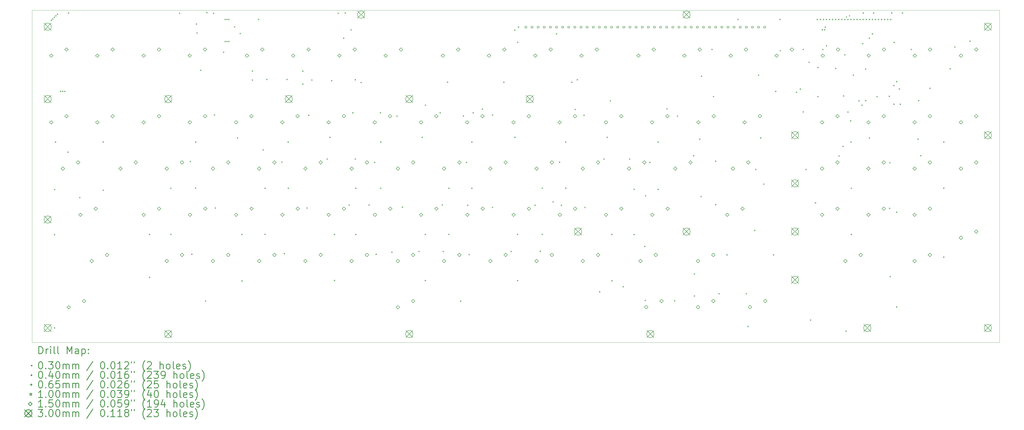
<source format=gbr>
%FSLAX45Y45*%
G04 Gerber Fmt 4.5, Leading zero omitted, Abs format (unit mm)*
G04 Created by KiCad (PCBNEW (5.1.2)-1) date 2020-04-18 22:46:55*
%MOMM*%
%LPD*%
G04 APERTURE LIST*
%ADD10C,0.050000*%
%ADD11C,0.200000*%
%ADD12C,0.300000*%
G04 APERTURE END LIST*
D10*
X6350000Y-20320000D02*
X6350000Y-34099500D01*
X46482000Y-20320000D02*
X6350000Y-20320000D01*
X46482000Y-34099500D02*
X46482000Y-20320000D01*
X6350000Y-34099500D02*
X46482000Y-34099500D01*
D11*
X40117000Y-20584400D02*
X40147000Y-20614400D01*
X40147000Y-20584400D02*
X40117000Y-20614400D01*
X40244000Y-20533600D02*
X40274000Y-20563600D01*
X40274000Y-20533600D02*
X40244000Y-20563600D01*
X7170100Y-20739100D02*
G75*
G03X7170100Y-20739100I-20000J0D01*
G01*
X7227250Y-20681950D02*
G75*
G03X7227250Y-20681950I-20000J0D01*
G01*
X7297100Y-20612100D02*
G75*
G03X7297100Y-20612100I-20000J0D01*
G01*
X7303450Y-29629100D02*
G75*
G03X7303450Y-29629100I-20000J0D01*
G01*
X7303450Y-33496250D02*
G75*
G03X7303450Y-33496250I-20000J0D01*
G01*
X7309800Y-27762200D02*
G75*
G03X7309800Y-27762200I-20000J0D01*
G01*
X7342999Y-25785901D02*
G75*
G03X7342999Y-25785901I-20000J0D01*
G01*
X7360600Y-20548600D02*
G75*
G03X7360600Y-20548600I-20000J0D01*
G01*
X7424100Y-20485100D02*
G75*
G03X7424100Y-20485100I-20000J0D01*
G01*
X7551100Y-23685500D02*
G75*
G03X7551100Y-23685500I-20000J0D01*
G01*
X7640000Y-23685500D02*
G75*
G03X7640000Y-23685500I-20000J0D01*
G01*
X7728900Y-23685500D02*
G75*
G03X7728900Y-23685500I-20000J0D01*
G01*
X7862250Y-26206450D02*
G75*
G03X7862250Y-26206450I-20000J0D01*
G01*
X7881300Y-20434300D02*
G75*
G03X7881300Y-20434300I-20000J0D01*
G01*
X8351200Y-28092400D02*
G75*
G03X8351200Y-28092400I-20000J0D01*
G01*
X9322025Y-25781725D02*
G75*
G03X9322025Y-25781725I-20000J0D01*
G01*
X9322750Y-27787600D02*
G75*
G03X9322750Y-27787600I-20000J0D01*
G01*
X11243901Y-29621301D02*
G75*
G03X11243901Y-29621301I-20000J0D01*
G01*
X11246800Y-31400750D02*
G75*
G03X11246800Y-31400750I-20000J0D01*
G01*
X12128901Y-27703601D02*
G75*
G03X12128901Y-27703601I-20000J0D01*
G01*
X12129450Y-29616400D02*
G75*
G03X12129450Y-29616400I-20000J0D01*
G01*
X12491400Y-20447000D02*
G75*
G03X12491400Y-20447000I-20000J0D01*
G01*
X12935900Y-26593800D02*
G75*
G03X12935900Y-26593800I-20000J0D01*
G01*
X12999400Y-30441900D02*
G75*
G03X12999400Y-30441900I-20000J0D01*
G01*
X13151800Y-27698700D02*
G75*
G03X13151800Y-27698700I-20000J0D01*
G01*
X13161601Y-25785901D02*
G75*
G03X13161601Y-25785901I-20000J0D01*
G01*
X13189900Y-20891500D02*
G75*
G03X13189900Y-20891500I-20000J0D01*
G01*
X13215300Y-21259800D02*
G75*
G03X13215300Y-21259800I-20000J0D01*
G01*
X13367700Y-22809200D02*
G75*
G03X13367700Y-22809200I-20000J0D01*
G01*
X13568700Y-32385000D02*
G75*
G03X13568700Y-32385000I-20000J0D01*
G01*
X13621700Y-20421600D02*
G75*
G03X13621700Y-20421600I-20000J0D01*
G01*
X13901100Y-20447000D02*
G75*
G03X13901100Y-20447000I-20000J0D01*
G01*
X13939200Y-24663400D02*
G75*
G03X13939200Y-24663400I-20000J0D01*
G01*
X13977300Y-28524200D02*
G75*
G03X13977300Y-28524200I-20000J0D01*
G01*
X14316150Y-22063950D02*
G75*
G03X14316150Y-22063950I-20000J0D01*
G01*
X14383700Y-20701000D02*
G75*
G03X14383700Y-20701000I-20000J0D01*
G01*
X14383700Y-21615400D02*
G75*
G03X14383700Y-21615400I-20000J0D01*
G01*
X14459900Y-20701000D02*
G75*
G03X14459900Y-20701000I-20000J0D01*
G01*
X14459900Y-21615400D02*
G75*
G03X14459900Y-21615400I-20000J0D01*
G01*
X14536100Y-20701000D02*
G75*
G03X14536100Y-20701000I-20000J0D01*
G01*
X14536100Y-21615400D02*
G75*
G03X14536100Y-21615400I-20000J0D01*
G01*
X14777400Y-21005800D02*
G75*
G03X14777400Y-21005800I-20000J0D01*
G01*
X14893702Y-25615900D02*
G75*
G03X14893702Y-25615900I-20000J0D01*
G01*
X15006000Y-21285200D02*
G75*
G03X15006000Y-21285200I-20000J0D01*
G01*
X15079301Y-29621301D02*
G75*
G03X15079301Y-29621301I-20000J0D01*
G01*
X15082200Y-31553150D02*
G75*
G03X15082200Y-31553150I-20000J0D01*
G01*
X15514000Y-22840950D02*
G75*
G03X15514000Y-22840950I-20000J0D01*
G01*
X15514000Y-23215600D02*
G75*
G03X15514000Y-23215600I-20000J0D01*
G01*
X15768000Y-20701000D02*
G75*
G03X15768000Y-20701000I-20000J0D01*
G01*
X15958500Y-26111200D02*
G75*
G03X15958500Y-26111200I-20000J0D01*
G01*
X16034700Y-29616400D02*
G75*
G03X16034700Y-29616400I-20000J0D01*
G01*
X16036149Y-27703601D02*
G75*
G03X16036149Y-27703601I-20000J0D01*
G01*
X16110900Y-23190200D02*
G75*
G03X16110900Y-23190200I-20000J0D01*
G01*
X16733200Y-26619200D02*
G75*
G03X16733200Y-26619200I-20000J0D01*
G01*
X16834800Y-30416500D02*
G75*
G03X16834800Y-30416500I-20000J0D01*
G01*
X16949100Y-23190200D02*
G75*
G03X16949100Y-23190200I-20000J0D01*
G01*
X16997001Y-25785901D02*
G75*
G03X16997001Y-25785901I-20000J0D01*
G01*
X17001349Y-27703601D02*
G75*
G03X17001349Y-27703601I-20000J0D01*
G01*
X17603150Y-22840950D02*
G75*
G03X17603150Y-22840950I-20000J0D01*
G01*
X17603150Y-23387050D02*
G75*
G03X17603150Y-23387050I-20000J0D01*
G01*
X17774600Y-28524200D02*
G75*
G03X17774600Y-28524200I-20000J0D01*
G01*
X17850800Y-24676100D02*
G75*
G03X17850800Y-24676100I-20000J0D01*
G01*
X17977800Y-23215600D02*
G75*
G03X17977800Y-23215600I-20000J0D01*
G01*
X18612800Y-26492200D02*
G75*
G03X18612800Y-26492200I-20000J0D01*
G01*
X18729102Y-25590500D02*
G75*
G03X18729102Y-25590500I-20000J0D01*
G01*
X18803300Y-23241000D02*
G75*
G03X18803300Y-23241000I-20000J0D01*
G01*
X18914701Y-29621301D02*
G75*
G03X18914701Y-29621301I-20000J0D01*
G01*
X18914701Y-31530649D02*
G75*
G03X18914701Y-31530649I-20000J0D01*
G01*
X19070000Y-20447000D02*
G75*
G03X19070000Y-20447000I-20000J0D01*
G01*
X19296800Y-21477500D02*
G75*
G03X19296800Y-21477500I-20000J0D01*
G01*
X19362100Y-20434300D02*
G75*
G03X19362100Y-20434300I-20000J0D01*
G01*
X19527200Y-28397200D02*
G75*
G03X19527200Y-28397200I-20000J0D01*
G01*
X19603400Y-21132800D02*
G75*
G03X19603400Y-21132800I-20000J0D01*
G01*
X19679600Y-24574500D02*
G75*
G03X19679600Y-24574500I-20000J0D01*
G01*
X19781200Y-23202900D02*
G75*
G03X19781200Y-23202900I-20000J0D01*
G01*
X19781200Y-26492200D02*
G75*
G03X19781200Y-26492200I-20000J0D01*
G01*
X19800250Y-29622750D02*
G75*
G03X19800250Y-29622750I-20000J0D01*
G01*
X19801699Y-27703601D02*
G75*
G03X19801699Y-27703601I-20000J0D01*
G01*
X20022500Y-23317200D02*
G75*
G03X20022500Y-23317200I-20000J0D01*
G01*
X20352700Y-28397200D02*
G75*
G03X20352700Y-28397200I-20000J0D01*
G01*
X20581300Y-26631900D02*
G75*
G03X20581300Y-26631900I-20000J0D01*
G01*
X20644800Y-30441900D02*
G75*
G03X20644800Y-30441900I-20000J0D01*
G01*
X20822600Y-24574500D02*
G75*
G03X20822600Y-24574500I-20000J0D01*
G01*
X20835300Y-27705050D02*
G75*
G03X20835300Y-27705050I-20000J0D01*
G01*
X20836749Y-25785901D02*
G75*
G03X20836749Y-25785901I-20000J0D01*
G01*
X21298850Y-30359350D02*
G75*
G03X21298850Y-30359350I-20000J0D01*
G01*
X21508400Y-24714200D02*
G75*
G03X21508400Y-24714200I-20000J0D01*
G01*
X21737000Y-28486100D02*
G75*
G03X21737000Y-28486100I-20000J0D01*
G01*
X22422800Y-30327600D02*
G75*
G03X22422800Y-30327600I-20000J0D01*
G01*
X22556150Y-25590500D02*
G75*
G03X22556150Y-25590500I-20000J0D01*
G01*
X22682601Y-29621301D02*
G75*
G03X22682601Y-29621301I-20000J0D01*
G01*
X22683150Y-31534100D02*
G75*
G03X22683150Y-31534100I-20000J0D01*
G01*
X22689500Y-24257000D02*
G75*
G03X22689500Y-24257000I-20000J0D01*
G01*
X23299100Y-24574500D02*
G75*
G03X23299100Y-24574500I-20000J0D01*
G01*
X23388000Y-28397200D02*
G75*
G03X23388000Y-28397200I-20000J0D01*
G01*
X23426100Y-30327600D02*
G75*
G03X23426100Y-30327600I-20000J0D01*
G01*
X23603900Y-23304500D02*
G75*
G03X23603900Y-23304500I-20000J0D01*
G01*
X23661050Y-29616400D02*
G75*
G03X23661050Y-29616400I-20000J0D01*
G01*
X23662499Y-27703601D02*
G75*
G03X23662499Y-27703601I-20000J0D01*
G01*
X24150000Y-32391350D02*
G75*
G03X24150000Y-32391350I-20000J0D01*
G01*
X24264300Y-24707850D02*
G75*
G03X24264300Y-24707850I-20000J0D01*
G01*
X24391300Y-26631900D02*
G75*
G03X24391300Y-26631900I-20000J0D01*
G01*
X24442100Y-28409900D02*
G75*
G03X24442100Y-28409900I-20000J0D01*
G01*
X24505600Y-30454600D02*
G75*
G03X24505600Y-30454600I-20000J0D01*
G01*
X24613550Y-27705050D02*
G75*
G03X24613550Y-27705050I-20000J0D01*
G01*
X24614999Y-25785901D02*
G75*
G03X24614999Y-25785901I-20000J0D01*
G01*
X24670700Y-24574500D02*
G75*
G03X24670700Y-24574500I-20000J0D01*
G01*
X25051700Y-24422100D02*
G75*
G03X25051700Y-24422100I-20000J0D01*
G01*
X25470800Y-24663400D02*
G75*
G03X25470800Y-24663400I-20000J0D01*
G01*
X25470800Y-28498800D02*
G75*
G03X25470800Y-28498800I-20000J0D01*
G01*
X25940700Y-23304500D02*
G75*
G03X25940700Y-23304500I-20000J0D01*
G01*
X26245500Y-30327600D02*
G75*
G03X26245500Y-30327600I-20000J0D01*
G01*
X26397900Y-21145500D02*
G75*
G03X26397900Y-21145500I-20000J0D01*
G01*
X26400798Y-25590500D02*
G75*
G03X26400798Y-25590500I-20000J0D01*
G01*
X26512200Y-31534100D02*
G75*
G03X26512200Y-31534100I-20000J0D01*
G01*
X26512650Y-29615950D02*
G75*
G03X26512650Y-29615950I-20000J0D01*
G01*
X26516750Y-21648950D02*
G75*
G03X26516750Y-21648950I-20000J0D01*
G01*
X26550300Y-21018500D02*
G75*
G03X26550300Y-21018500I-20000J0D01*
G01*
X27236100Y-28409900D02*
G75*
G03X27236100Y-28409900I-20000J0D01*
G01*
X27452000Y-30314900D02*
G75*
G03X27452000Y-30314900I-20000J0D01*
G01*
X27534550Y-29616400D02*
G75*
G03X27534550Y-29616400I-20000J0D01*
G01*
X27538001Y-27703601D02*
G75*
G03X27538001Y-27703601I-20000J0D01*
G01*
X27985400Y-28270200D02*
G75*
G03X27985400Y-28270200I-20000J0D01*
G01*
X28125100Y-21297900D02*
G75*
G03X28125100Y-21297900I-20000J0D01*
G01*
X28252100Y-26619200D02*
G75*
G03X28252100Y-26619200I-20000J0D01*
G01*
X28328300Y-28409900D02*
G75*
G03X28328300Y-28409900I-20000J0D01*
G01*
X28507549Y-25785901D02*
G75*
G03X28507549Y-25785901I-20000J0D01*
G01*
X28512450Y-27698700D02*
G75*
G03X28512450Y-27698700I-20000J0D01*
G01*
X28760100Y-23304500D02*
G75*
G03X28760100Y-23304500I-20000J0D01*
G01*
X28899800Y-24434800D02*
G75*
G03X28899800Y-24434800I-20000J0D01*
G01*
X28988700Y-23202900D02*
G75*
G03X28988700Y-23202900I-20000J0D01*
G01*
X29268100Y-24676100D02*
G75*
G03X29268100Y-24676100I-20000J0D01*
G01*
X29306200Y-28498800D02*
G75*
G03X29306200Y-28498800I-20000J0D01*
G01*
X29915800Y-31997650D02*
G75*
G03X29915800Y-31997650I-20000J0D01*
G01*
X30093600Y-26492200D02*
G75*
G03X30093600Y-26492200I-20000J0D01*
G01*
X30226950Y-25590500D02*
G75*
G03X30226950Y-25590500I-20000J0D01*
G01*
X30360300Y-24079200D02*
G75*
G03X30360300Y-24079200I-20000J0D01*
G01*
X30419900Y-29620300D02*
G75*
G03X30419900Y-29620300I-20000J0D01*
G01*
X30423800Y-31540450D02*
G75*
G03X30423800Y-31540450I-20000J0D01*
G01*
X30893700Y-31788100D02*
G75*
G03X30893700Y-31788100I-20000J0D01*
G01*
X31160400Y-26492200D02*
G75*
G03X31160400Y-26492200I-20000J0D01*
G01*
X31344550Y-29622750D02*
G75*
G03X31344550Y-29622750I-20000J0D01*
G01*
X31348175Y-27745875D02*
G75*
G03X31348175Y-27745875I-20000J0D01*
G01*
X31789050Y-30118050D02*
G75*
G03X31789050Y-30118050I-20000J0D01*
G01*
X31808100Y-32359600D02*
G75*
G03X31808100Y-32359600I-20000J0D01*
G01*
X31820800Y-28016200D02*
G75*
G03X31820800Y-28016200I-20000J0D01*
G01*
X31998600Y-26631900D02*
G75*
G03X31998600Y-26631900I-20000J0D01*
G01*
X32341500Y-27749500D02*
G75*
G03X32341500Y-27749500I-20000J0D01*
G01*
X32342949Y-25785901D02*
G75*
G03X32342949Y-25785901I-20000J0D01*
G01*
X32709800Y-24409400D02*
G75*
G03X32709800Y-24409400I-20000J0D01*
G01*
X33027300Y-32372300D02*
G75*
G03X33027300Y-32372300I-20000J0D01*
G01*
X33141600Y-24714200D02*
G75*
G03X33141600Y-24714200I-20000J0D01*
G01*
X33814700Y-26352500D02*
G75*
G03X33814700Y-26352500I-20000J0D01*
G01*
X33848250Y-31259250D02*
G75*
G03X33848250Y-31259250I-20000J0D01*
G01*
X33848250Y-32173650D02*
G75*
G03X33848250Y-32173650I-20000J0D01*
G01*
X34069150Y-25666250D02*
G75*
G03X34069150Y-25666250I-20000J0D01*
G01*
X34121700Y-28050150D02*
G75*
G03X34121700Y-28050150I-20000J0D01*
G01*
X34138550Y-23056850D02*
G75*
G03X34138550Y-23056850I-20000J0D01*
G01*
X34576700Y-21945600D02*
G75*
G03X34576700Y-21945600I-20000J0D01*
G01*
X34640200Y-23901400D02*
G75*
G03X34640200Y-23901400I-20000J0D01*
G01*
X34729100Y-26581100D02*
G75*
G03X34729100Y-26581100I-20000J0D01*
G01*
X34729100Y-28384500D02*
G75*
G03X34729100Y-28384500I-20000J0D01*
G01*
X34868800Y-32080200D02*
G75*
G03X34868800Y-32080200I-20000J0D01*
G01*
X35199000Y-30467300D02*
G75*
G03X35199000Y-30467300I-20000J0D01*
G01*
X35656200Y-20701000D02*
G75*
G03X35656200Y-20701000I-20000J0D01*
G01*
X35999100Y-32080200D02*
G75*
G03X35999100Y-32080200I-20000J0D01*
G01*
X36075300Y-33439100D02*
G75*
G03X36075300Y-33439100I-20000J0D01*
G01*
X36348350Y-29451300D02*
G75*
G03X36348350Y-29451300I-20000J0D01*
G01*
X36392800Y-26924000D02*
G75*
G03X36392800Y-26924000I-20000J0D01*
G01*
X36507100Y-23012400D02*
G75*
G03X36507100Y-23012400I-20000J0D01*
G01*
X36596000Y-25615900D02*
G75*
G03X36596000Y-25615900I-20000J0D01*
G01*
X36723000Y-27533600D02*
G75*
G03X36723000Y-27533600I-20000J0D01*
G01*
X37129400Y-30467300D02*
G75*
G03X37129400Y-30467300I-20000J0D01*
G01*
X37218300Y-23685500D02*
G75*
G03X37218300Y-23685500I-20000J0D01*
G01*
X37396100Y-20701000D02*
G75*
G03X37396100Y-20701000I-20000J0D01*
G01*
X37408800Y-21996400D02*
G75*
G03X37408800Y-21996400I-20000J0D01*
G01*
X38081900Y-23723600D02*
G75*
G03X38081900Y-23723600I-20000J0D01*
G01*
X38240798Y-23590102D02*
G75*
G03X38240798Y-23590102I-20000J0D01*
G01*
X38361300Y-21945600D02*
G75*
G03X38361300Y-21945600I-20000J0D01*
G01*
X38361300Y-24536400D02*
G75*
G03X38361300Y-24536400I-20000J0D01*
G01*
X38475600Y-26924000D02*
G75*
G03X38475600Y-26924000I-20000J0D01*
G01*
X38602600Y-22479000D02*
G75*
G03X38602600Y-22479000I-20000J0D01*
G01*
X38666100Y-33172400D02*
G75*
G03X38666100Y-33172400I-20000J0D01*
G01*
X38869300Y-28308300D02*
G75*
G03X38869300Y-28308300I-20000J0D01*
G01*
X38970900Y-22694900D02*
G75*
G03X38970900Y-22694900I-20000J0D01*
G01*
X38970900Y-23901400D02*
G75*
G03X38970900Y-23901400I-20000J0D01*
G01*
X39153601Y-21127899D02*
G75*
G03X39153601Y-21127899I-20000J0D01*
G01*
X39174100Y-21945600D02*
G75*
G03X39174100Y-21945600I-20000J0D01*
G01*
X39250300Y-21127899D02*
G75*
G03X39250300Y-21127899I-20000J0D01*
G01*
X39275700Y-21018500D02*
G75*
G03X39275700Y-21018500I-20000J0D01*
G01*
X39326500Y-21793200D02*
G75*
G03X39326500Y-21793200I-20000J0D01*
G01*
X39707500Y-22733000D02*
G75*
G03X39707500Y-22733000I-20000J0D01*
G01*
X39847200Y-26365200D02*
G75*
G03X39847200Y-26365200I-20000J0D01*
G01*
X40012300Y-25965150D02*
G75*
G03X40012300Y-25965150I-20000J0D01*
G01*
X40037700Y-23876000D02*
G75*
G03X40037700Y-23876000I-20000J0D01*
G01*
X40088500Y-22167850D02*
G75*
G03X40088500Y-22167850I-20000J0D01*
G01*
X40139300Y-33629600D02*
G75*
G03X40139300Y-33629600I-20000J0D01*
G01*
X40215500Y-24542750D02*
G75*
G03X40215500Y-24542750I-20000J0D01*
G01*
X40327501Y-24906999D02*
G75*
G03X40327501Y-24906999I-20000J0D01*
G01*
X40343949Y-25785901D02*
G75*
G03X40343949Y-25785901I-20000J0D01*
G01*
X40355200Y-29622750D02*
G75*
G03X40355200Y-29622750I-20000J0D01*
G01*
X40356649Y-27703601D02*
G75*
G03X40356649Y-27703601I-20000J0D01*
G01*
X40439502Y-23012400D02*
G75*
G03X40439502Y-23012400I-20000J0D01*
G01*
X40672700Y-24079200D02*
G75*
G03X40672700Y-24079200I-20000J0D01*
G01*
X40799700Y-24257000D02*
G75*
G03X40799700Y-24257000I-20000J0D01*
G01*
X40825100Y-21704300D02*
G75*
G03X40825100Y-21704300I-20000J0D01*
G01*
X40850500Y-20434300D02*
G75*
G03X40850500Y-20434300I-20000J0D01*
G01*
X40952100Y-22758400D02*
G75*
G03X40952100Y-22758400I-20000J0D01*
G01*
X40952100Y-24066500D02*
G75*
G03X40952100Y-24066500I-20000J0D01*
G01*
X41102700Y-21477500D02*
G75*
G03X41102700Y-21477500I-20000J0D01*
G01*
X41104500Y-25615900D02*
G75*
G03X41104500Y-25615900I-20000J0D01*
G01*
X41231500Y-21297900D02*
G75*
G03X41231500Y-21297900I-20000J0D01*
G01*
X41282300Y-20434300D02*
G75*
G03X41282300Y-20434300I-20000J0D01*
G01*
X41422000Y-23901400D02*
G75*
G03X41422000Y-23901400I-20000J0D01*
G01*
X41930000Y-23888700D02*
G75*
G03X41930000Y-23888700I-20000J0D01*
G01*
X41942700Y-28536900D02*
G75*
G03X41942700Y-28536900I-20000J0D01*
G01*
X41955400Y-26644600D02*
G75*
G03X41955400Y-26644600I-20000J0D01*
G01*
X41968100Y-31369000D02*
G75*
G03X41968100Y-31369000I-20000J0D01*
G01*
X42031600Y-20434300D02*
G75*
G03X42031600Y-20434300I-20000J0D01*
G01*
X42120500Y-23444200D02*
G75*
G03X42120500Y-23444200I-20000J0D01*
G01*
X42123100Y-24216300D02*
G75*
G03X42123100Y-24216300I-20000J0D01*
G01*
X42133200Y-21653500D02*
G75*
G03X42133200Y-21653500I-20000J0D01*
G01*
X42234800Y-23279100D02*
G75*
G03X42234800Y-23279100I-20000J0D01*
G01*
X42234800Y-28695650D02*
G75*
G03X42234800Y-28695650I-20000J0D01*
G01*
X42234800Y-32626300D02*
G75*
G03X42234800Y-32626300I-20000J0D01*
G01*
X42347102Y-23585898D02*
G75*
G03X42347102Y-23585898I-20000J0D01*
G01*
X42387200Y-24218900D02*
G75*
G03X42387200Y-24218900I-20000J0D01*
G01*
X42476100Y-20434300D02*
G75*
G03X42476100Y-20434300I-20000J0D01*
G01*
X42844400Y-21945600D02*
G75*
G03X42844400Y-21945600I-20000J0D01*
G01*
X43123800Y-25666700D02*
G75*
G03X43123800Y-25666700I-20000J0D01*
G01*
X43149200Y-24066500D02*
G75*
G03X43149200Y-24066500I-20000J0D01*
G01*
X43238701Y-26351899D02*
G75*
G03X43238701Y-26351899I-20000J0D01*
G01*
X43619100Y-23558500D02*
G75*
G03X43619100Y-23558500I-20000J0D01*
G01*
X44190600Y-30562550D02*
G75*
G03X44190600Y-30562550I-20000J0D01*
G01*
X44191468Y-27699568D02*
G75*
G03X44191468Y-27699568I-20000J0D01*
G01*
X44192049Y-25785901D02*
G75*
G03X44192049Y-25785901I-20000J0D01*
G01*
X44457300Y-22745700D02*
G75*
G03X44457300Y-22745700I-20000J0D01*
G01*
X44647800Y-21844000D02*
G75*
G03X44647800Y-21844000I-20000J0D01*
G01*
X45282800Y-21602700D02*
G75*
G03X45282800Y-21602700I-20000J0D01*
G01*
X38925500Y-20668500D02*
X38925500Y-20733500D01*
X38893000Y-20701000D02*
X38958000Y-20701000D01*
X39052500Y-20668500D02*
X39052500Y-20733500D01*
X39020000Y-20701000D02*
X39085000Y-20701000D01*
X39179500Y-20668500D02*
X39179500Y-20733500D01*
X39147000Y-20701000D02*
X39212000Y-20701000D01*
X39306500Y-20668500D02*
X39306500Y-20733500D01*
X39274000Y-20701000D02*
X39339000Y-20701000D01*
X39433500Y-20668500D02*
X39433500Y-20733500D01*
X39401000Y-20701000D02*
X39466000Y-20701000D01*
X39560500Y-20668500D02*
X39560500Y-20733500D01*
X39528000Y-20701000D02*
X39593000Y-20701000D01*
X39687500Y-20668500D02*
X39687500Y-20733500D01*
X39655000Y-20701000D02*
X39720000Y-20701000D01*
X39814500Y-20668500D02*
X39814500Y-20733500D01*
X39782000Y-20701000D02*
X39847000Y-20701000D01*
X39941500Y-20668500D02*
X39941500Y-20733500D01*
X39909000Y-20701000D02*
X39974000Y-20701000D01*
X40068500Y-20668500D02*
X40068500Y-20733500D01*
X40036000Y-20701000D02*
X40101000Y-20701000D01*
X40195500Y-20668500D02*
X40195500Y-20733500D01*
X40163000Y-20701000D02*
X40228000Y-20701000D01*
X40322500Y-20668500D02*
X40322500Y-20733500D01*
X40290000Y-20701000D02*
X40355000Y-20701000D01*
X40449500Y-20668500D02*
X40449500Y-20733500D01*
X40417000Y-20701000D02*
X40482000Y-20701000D01*
X40576500Y-20668500D02*
X40576500Y-20733500D01*
X40544000Y-20701000D02*
X40609000Y-20701000D01*
X40703500Y-20668500D02*
X40703500Y-20733500D01*
X40671000Y-20701000D02*
X40736000Y-20701000D01*
X40830500Y-20668500D02*
X40830500Y-20733500D01*
X40798000Y-20701000D02*
X40863000Y-20701000D01*
X40957500Y-20668500D02*
X40957500Y-20733500D01*
X40925000Y-20701000D02*
X40990000Y-20701000D01*
X41084500Y-20668500D02*
X41084500Y-20733500D01*
X41052000Y-20701000D02*
X41117000Y-20701000D01*
X41211500Y-20668500D02*
X41211500Y-20733500D01*
X41179000Y-20701000D02*
X41244000Y-20701000D01*
X41338500Y-20668500D02*
X41338500Y-20733500D01*
X41306000Y-20701000D02*
X41371000Y-20701000D01*
X41465500Y-20668500D02*
X41465500Y-20733500D01*
X41433000Y-20701000D02*
X41498000Y-20701000D01*
X41592500Y-20668500D02*
X41592500Y-20733500D01*
X41560000Y-20701000D02*
X41625000Y-20701000D01*
X41719500Y-20668500D02*
X41719500Y-20733500D01*
X41687000Y-20701000D02*
X41752000Y-20701000D01*
X41846500Y-20668500D02*
X41846500Y-20733500D01*
X41814000Y-20701000D02*
X41879000Y-20701000D01*
X41973500Y-20668500D02*
X41973500Y-20733500D01*
X41941000Y-20701000D02*
X42006000Y-20701000D01*
X26870456Y-21053856D02*
X26870456Y-20983144D01*
X26799744Y-20983144D01*
X26799744Y-21053856D01*
X26870456Y-21053856D01*
X27124456Y-21053856D02*
X27124456Y-20983144D01*
X27053744Y-20983144D01*
X27053744Y-21053856D01*
X27124456Y-21053856D01*
X27378456Y-21053856D02*
X27378456Y-20983144D01*
X27307744Y-20983144D01*
X27307744Y-21053856D01*
X27378456Y-21053856D01*
X27632456Y-21053856D02*
X27632456Y-20983144D01*
X27561744Y-20983144D01*
X27561744Y-21053856D01*
X27632456Y-21053856D01*
X27886456Y-21053856D02*
X27886456Y-20983144D01*
X27815744Y-20983144D01*
X27815744Y-21053856D01*
X27886456Y-21053856D01*
X28140456Y-21053856D02*
X28140456Y-20983144D01*
X28069744Y-20983144D01*
X28069744Y-21053856D01*
X28140456Y-21053856D01*
X28394456Y-21053856D02*
X28394456Y-20983144D01*
X28323744Y-20983144D01*
X28323744Y-21053856D01*
X28394456Y-21053856D01*
X28648456Y-21053856D02*
X28648456Y-20983144D01*
X28577744Y-20983144D01*
X28577744Y-21053856D01*
X28648456Y-21053856D01*
X28902456Y-21053856D02*
X28902456Y-20983144D01*
X28831744Y-20983144D01*
X28831744Y-21053856D01*
X28902456Y-21053856D01*
X29156456Y-21053856D02*
X29156456Y-20983144D01*
X29085744Y-20983144D01*
X29085744Y-21053856D01*
X29156456Y-21053856D01*
X29410456Y-21053856D02*
X29410456Y-20983144D01*
X29339744Y-20983144D01*
X29339744Y-21053856D01*
X29410456Y-21053856D01*
X29664456Y-21053856D02*
X29664456Y-20983144D01*
X29593744Y-20983144D01*
X29593744Y-21053856D01*
X29664456Y-21053856D01*
X29918456Y-21053856D02*
X29918456Y-20983144D01*
X29847744Y-20983144D01*
X29847744Y-21053856D01*
X29918456Y-21053856D01*
X30172456Y-21053856D02*
X30172456Y-20983144D01*
X30101744Y-20983144D01*
X30101744Y-21053856D01*
X30172456Y-21053856D01*
X30426456Y-21053856D02*
X30426456Y-20983144D01*
X30355744Y-20983144D01*
X30355744Y-21053856D01*
X30426456Y-21053856D01*
X30680456Y-21053856D02*
X30680456Y-20983144D01*
X30609744Y-20983144D01*
X30609744Y-21053856D01*
X30680456Y-21053856D01*
X30934456Y-21053856D02*
X30934456Y-20983144D01*
X30863744Y-20983144D01*
X30863744Y-21053856D01*
X30934456Y-21053856D01*
X31188456Y-21053856D02*
X31188456Y-20983144D01*
X31117744Y-20983144D01*
X31117744Y-21053856D01*
X31188456Y-21053856D01*
X31442456Y-21053856D02*
X31442456Y-20983144D01*
X31371744Y-20983144D01*
X31371744Y-21053856D01*
X31442456Y-21053856D01*
X31696456Y-21053856D02*
X31696456Y-20983144D01*
X31625744Y-20983144D01*
X31625744Y-21053856D01*
X31696456Y-21053856D01*
X31950456Y-21053856D02*
X31950456Y-20983144D01*
X31879744Y-20983144D01*
X31879744Y-21053856D01*
X31950456Y-21053856D01*
X32204456Y-21053856D02*
X32204456Y-20983144D01*
X32133744Y-20983144D01*
X32133744Y-21053856D01*
X32204456Y-21053856D01*
X32458456Y-21053856D02*
X32458456Y-20983144D01*
X32387744Y-20983144D01*
X32387744Y-21053856D01*
X32458456Y-21053856D01*
X32712456Y-21053856D02*
X32712456Y-20983144D01*
X32641744Y-20983144D01*
X32641744Y-21053856D01*
X32712456Y-21053856D01*
X32966456Y-21053856D02*
X32966456Y-20983144D01*
X32895744Y-20983144D01*
X32895744Y-21053856D01*
X32966456Y-21053856D01*
X33220456Y-21053856D02*
X33220456Y-20983144D01*
X33149744Y-20983144D01*
X33149744Y-21053856D01*
X33220456Y-21053856D01*
X33474456Y-21053856D02*
X33474456Y-20983144D01*
X33403744Y-20983144D01*
X33403744Y-21053856D01*
X33474456Y-21053856D01*
X33728456Y-21053856D02*
X33728456Y-20983144D01*
X33657744Y-20983144D01*
X33657744Y-21053856D01*
X33728456Y-21053856D01*
X33982456Y-21053856D02*
X33982456Y-20983144D01*
X33911744Y-20983144D01*
X33911744Y-21053856D01*
X33982456Y-21053856D01*
X34236456Y-21053856D02*
X34236456Y-20983144D01*
X34165744Y-20983144D01*
X34165744Y-21053856D01*
X34236456Y-21053856D01*
X34490456Y-21053856D02*
X34490456Y-20983144D01*
X34419744Y-20983144D01*
X34419744Y-21053856D01*
X34490456Y-21053856D01*
X34744456Y-21053856D02*
X34744456Y-20983144D01*
X34673744Y-20983144D01*
X34673744Y-21053856D01*
X34744456Y-21053856D01*
X34998456Y-21053856D02*
X34998456Y-20983144D01*
X34927744Y-20983144D01*
X34927744Y-21053856D01*
X34998456Y-21053856D01*
X35252456Y-21053856D02*
X35252456Y-20983144D01*
X35181744Y-20983144D01*
X35181744Y-21053856D01*
X35252456Y-21053856D01*
X35506456Y-21053856D02*
X35506456Y-20983144D01*
X35435744Y-20983144D01*
X35435744Y-21053856D01*
X35506456Y-21053856D01*
X35760456Y-21053856D02*
X35760456Y-20983144D01*
X35689744Y-20983144D01*
X35689744Y-21053856D01*
X35760456Y-21053856D01*
X36014456Y-21053856D02*
X36014456Y-20983144D01*
X35943744Y-20983144D01*
X35943744Y-21053856D01*
X36014456Y-21053856D01*
X36268456Y-21053856D02*
X36268456Y-20983144D01*
X36197744Y-20983144D01*
X36197744Y-21053856D01*
X36268456Y-21053856D01*
X36522456Y-21053856D02*
X36522456Y-20983144D01*
X36451744Y-20983144D01*
X36451744Y-21053856D01*
X36522456Y-21053856D01*
X36776456Y-21053856D02*
X36776456Y-20983144D01*
X36705744Y-20983144D01*
X36705744Y-21053856D01*
X36776456Y-21053856D01*
X25309350Y-22275500D02*
X25384350Y-22200500D01*
X25309350Y-22125500D01*
X25234350Y-22200500D01*
X25309350Y-22275500D01*
X25944350Y-22021500D02*
X26019350Y-21946500D01*
X25944350Y-21871500D01*
X25869350Y-21946500D01*
X25944350Y-22021500D01*
X12896850Y-25043200D02*
X12971850Y-24968200D01*
X12896850Y-24893200D01*
X12821850Y-24968200D01*
X12896850Y-25043200D01*
X13531850Y-24789200D02*
X13606850Y-24714200D01*
X13531850Y-24639200D01*
X13456850Y-24714200D01*
X13531850Y-24789200D01*
X33978850Y-32707650D02*
X34053850Y-32632650D01*
X33978850Y-32557650D01*
X33903850Y-32632650D01*
X33978850Y-32707650D01*
X34613850Y-32453650D02*
X34688850Y-32378650D01*
X34613850Y-32303650D01*
X34538850Y-32378650D01*
X34613850Y-32453650D01*
X14814550Y-25043200D02*
X14889550Y-24968200D01*
X14814550Y-24893200D01*
X14739550Y-24968200D01*
X14814550Y-25043200D01*
X15449550Y-24789200D02*
X15524550Y-24714200D01*
X15449550Y-24639200D01*
X15374550Y-24714200D01*
X15449550Y-24789200D01*
X41044650Y-28878600D02*
X41119650Y-28803600D01*
X41044650Y-28728600D01*
X40969650Y-28803600D01*
X41044650Y-28878600D01*
X41679650Y-28624600D02*
X41754650Y-28549600D01*
X41679650Y-28474600D01*
X41604650Y-28549600D01*
X41679650Y-28624600D01*
X12890500Y-22274600D02*
X12965500Y-22199600D01*
X12890500Y-22124600D01*
X12815500Y-22199600D01*
X12890500Y-22274600D01*
X13525500Y-22020600D02*
X13600500Y-21945600D01*
X13525500Y-21870600D01*
X13450500Y-21945600D01*
X13525500Y-22020600D01*
X17691100Y-30796300D02*
X17766100Y-30721300D01*
X17691100Y-30646300D01*
X17616100Y-30721300D01*
X17691100Y-30796300D01*
X18326100Y-30542300D02*
X18401100Y-30467300D01*
X18326100Y-30392300D01*
X18251100Y-30467300D01*
X18326100Y-30542300D01*
X36131500Y-32707650D02*
X36206500Y-32632650D01*
X36131500Y-32557650D01*
X36056500Y-32632650D01*
X36131500Y-32707650D01*
X36766500Y-32453650D02*
X36841500Y-32378650D01*
X36766500Y-32303650D01*
X36691500Y-32378650D01*
X36766500Y-32453650D01*
X10979150Y-25043200D02*
X11054150Y-24968200D01*
X10979150Y-24893200D01*
X10904150Y-24968200D01*
X10979150Y-25043200D01*
X11614150Y-24789200D02*
X11689150Y-24714200D01*
X11614150Y-24639200D01*
X11539150Y-24714200D01*
X11614150Y-24789200D01*
X21526500Y-30796300D02*
X21601500Y-30721300D01*
X21526500Y-30646300D01*
X21451500Y-30721300D01*
X21526500Y-30796300D01*
X22161500Y-30542300D02*
X22236500Y-30467300D01*
X22161500Y-30392300D01*
X22086500Y-30467300D01*
X22161500Y-30542300D01*
X10985500Y-28878600D02*
X11060500Y-28803600D01*
X10985500Y-28728600D01*
X10910500Y-28803600D01*
X10985500Y-28878600D01*
X11620500Y-28624600D02*
X11695500Y-28549600D01*
X11620500Y-28474600D01*
X11545500Y-28549600D01*
X11620500Y-28624600D01*
X29197300Y-26960900D02*
X29272300Y-26885900D01*
X29197300Y-26810900D01*
X29122300Y-26885900D01*
X29197300Y-26960900D01*
X29832300Y-26706900D02*
X29907300Y-26631900D01*
X29832300Y-26556900D01*
X29757300Y-26631900D01*
X29832300Y-26706900D01*
X33032700Y-26960900D02*
X33107700Y-26885900D01*
X33032700Y-26810900D01*
X32957700Y-26885900D01*
X33032700Y-26960900D01*
X33667700Y-26706900D02*
X33742700Y-26631900D01*
X33667700Y-26556900D01*
X33592700Y-26631900D01*
X33667700Y-26706900D01*
X7143750Y-25043200D02*
X7218750Y-24968200D01*
X7143750Y-24893200D01*
X7068750Y-24968200D01*
X7143750Y-25043200D01*
X7778750Y-24789200D02*
X7853750Y-24714200D01*
X7778750Y-24639200D01*
X7703750Y-24714200D01*
X7778750Y-24789200D01*
X30156150Y-25043200D02*
X30231150Y-24968200D01*
X30156150Y-24893200D01*
X30081150Y-24968200D01*
X30156150Y-25043200D01*
X30791150Y-24789200D02*
X30866150Y-24714200D01*
X30791150Y-24639200D01*
X30716150Y-24714200D01*
X30791150Y-24789200D01*
X40092150Y-30796300D02*
X40167150Y-30721300D01*
X40092150Y-30646300D01*
X40017150Y-30721300D01*
X40092150Y-30796300D01*
X40727150Y-30542300D02*
X40802150Y-30467300D01*
X40727150Y-30392300D01*
X40652150Y-30467300D01*
X40727150Y-30542300D01*
X19608800Y-26960900D02*
X19683800Y-26885900D01*
X19608800Y-26810900D01*
X19533800Y-26885900D01*
X19608800Y-26960900D01*
X20243800Y-26706900D02*
X20318800Y-26631900D01*
X20243800Y-26556900D01*
X20168800Y-26631900D01*
X20243800Y-26706900D01*
X27279600Y-30796300D02*
X27354600Y-30721300D01*
X27279600Y-30646300D01*
X27204600Y-30721300D01*
X27279600Y-30796300D01*
X27914600Y-30542300D02*
X27989600Y-30467300D01*
X27914600Y-30392300D01*
X27839600Y-30467300D01*
X27914600Y-30542300D01*
X42962350Y-26960900D02*
X43037350Y-26885900D01*
X42962350Y-26810900D01*
X42887350Y-26885900D01*
X42962350Y-26960900D01*
X43597350Y-26706900D02*
X43672350Y-26631900D01*
X43597350Y-26556900D01*
X43522350Y-26631900D01*
X43597350Y-26706900D01*
X35328860Y-22275500D02*
X35403860Y-22200500D01*
X35328860Y-22125500D01*
X35253860Y-22200500D01*
X35328860Y-22275500D01*
X35963860Y-22021500D02*
X36038860Y-21946500D01*
X35963860Y-21871500D01*
X35888860Y-21946500D01*
X35963860Y-22021500D01*
X18656300Y-28878600D02*
X18731300Y-28803600D01*
X18656300Y-28728600D01*
X18581300Y-28803600D01*
X18656300Y-28878600D01*
X19291300Y-28624600D02*
X19366300Y-28549600D01*
X19291300Y-28474600D01*
X19216300Y-28549600D01*
X19291300Y-28624600D01*
X28244800Y-28878600D02*
X28319800Y-28803600D01*
X28244800Y-28728600D01*
X28169800Y-28803600D01*
X28244800Y-28878600D01*
X28879800Y-28624600D02*
X28954800Y-28549600D01*
X28879800Y-28474600D01*
X28804800Y-28549600D01*
X28879800Y-28624600D01*
X41044650Y-25043200D02*
X41119650Y-24968200D01*
X41044650Y-24893200D01*
X40969650Y-24968200D01*
X41044650Y-25043200D01*
X41679650Y-24789200D02*
X41754650Y-24714200D01*
X41679650Y-24639200D01*
X41604650Y-24714200D01*
X41679650Y-24789200D01*
X35426650Y-26960900D02*
X35501650Y-26885900D01*
X35426650Y-26810900D01*
X35351650Y-26885900D01*
X35426650Y-26960900D01*
X36061650Y-26706900D02*
X36136650Y-26631900D01*
X36061650Y-26556900D01*
X35986650Y-26631900D01*
X36061650Y-26706900D01*
X37236400Y-22275870D02*
X37311400Y-22200870D01*
X37236400Y-22125870D01*
X37161400Y-22200870D01*
X37236400Y-22275870D01*
X37871400Y-22021870D02*
X37946400Y-21946870D01*
X37871400Y-21871870D01*
X37796400Y-21946870D01*
X37871400Y-22021870D01*
X16738600Y-28878600D02*
X16813600Y-28803600D01*
X16738600Y-28728600D01*
X16663600Y-28803600D01*
X16738600Y-28878600D01*
X17373600Y-28624600D02*
X17448600Y-28549600D01*
X17373600Y-28474600D01*
X17298600Y-28549600D01*
X17373600Y-28624600D01*
X26320750Y-25043200D02*
X26395750Y-24968200D01*
X26320750Y-24893200D01*
X26245750Y-24968200D01*
X26320750Y-25043200D01*
X26955750Y-24789200D02*
X27030750Y-24714200D01*
X26955750Y-24639200D01*
X26880750Y-24714200D01*
X26955750Y-24789200D01*
X44880050Y-29831100D02*
X44955050Y-29756100D01*
X44880050Y-29681100D01*
X44805050Y-29756100D01*
X44880050Y-29831100D01*
X45515050Y-29577100D02*
X45590050Y-29502100D01*
X45515050Y-29427100D01*
X45440050Y-29502100D01*
X45515050Y-29577100D01*
X35185350Y-28878600D02*
X35260350Y-28803600D01*
X35185350Y-28728600D01*
X35110350Y-28803600D01*
X35185350Y-28878600D01*
X35820350Y-28624600D02*
X35895350Y-28549600D01*
X35820350Y-28474600D01*
X35745350Y-28549600D01*
X35820350Y-28624600D01*
X19608800Y-30796300D02*
X19683800Y-30721300D01*
X19608800Y-30646300D01*
X19533800Y-30721300D01*
X19608800Y-30796300D01*
X20243800Y-30542300D02*
X20318800Y-30467300D01*
X20243800Y-30392300D01*
X20168800Y-30467300D01*
X20243800Y-30542300D01*
X44880050Y-25043200D02*
X44955050Y-24968200D01*
X44880050Y-24893200D01*
X44805050Y-24968200D01*
X44880050Y-25043200D01*
X45515050Y-24789200D02*
X45590050Y-24714200D01*
X45515050Y-24639200D01*
X45440050Y-24714200D01*
X45515050Y-24789200D01*
X13855700Y-26960900D02*
X13930700Y-26885900D01*
X13855700Y-26810900D01*
X13780700Y-26885900D01*
X13855700Y-26960900D01*
X14490700Y-26706900D02*
X14565700Y-26631900D01*
X14490700Y-26556900D01*
X14415700Y-26631900D01*
X14490700Y-26706900D01*
X15773400Y-26960900D02*
X15848400Y-26885900D01*
X15773400Y-26810900D01*
X15698400Y-26885900D01*
X15773400Y-26960900D01*
X16408400Y-26706900D02*
X16483400Y-26631900D01*
X16408400Y-26556900D01*
X16333400Y-26631900D01*
X16408400Y-26706900D01*
X10979150Y-22275500D02*
X11054150Y-22200500D01*
X10979150Y-22125500D01*
X10904150Y-22200500D01*
X10979150Y-22275500D01*
X11614150Y-22021500D02*
X11689150Y-21946500D01*
X11614150Y-21871500D01*
X11539150Y-21946500D01*
X11614150Y-22021500D01*
X21526500Y-32714000D02*
X21601500Y-32639000D01*
X21526500Y-32564000D01*
X21451500Y-32639000D01*
X21526500Y-32714000D01*
X22161500Y-32460000D02*
X22236500Y-32385000D01*
X22161500Y-32310000D01*
X22086500Y-32385000D01*
X22161500Y-32460000D01*
X33978850Y-30796300D02*
X34053850Y-30721300D01*
X33978850Y-30646300D01*
X33903850Y-30721300D01*
X33978850Y-30796300D01*
X34613850Y-30542300D02*
X34688850Y-30467300D01*
X34613850Y-30392300D01*
X34538850Y-30467300D01*
X34613850Y-30542300D01*
X18649950Y-25043200D02*
X18724950Y-24968200D01*
X18649950Y-24893200D01*
X18574950Y-24968200D01*
X18649950Y-25043200D01*
X19284950Y-24789200D02*
X19359950Y-24714200D01*
X19284950Y-24639200D01*
X19209950Y-24714200D01*
X19284950Y-24789200D01*
X39126950Y-28878600D02*
X39201950Y-28803600D01*
X39126950Y-28728600D01*
X39051950Y-28803600D01*
X39126950Y-28878600D01*
X39761950Y-28624600D02*
X39836950Y-28549600D01*
X39761950Y-28474600D01*
X39686950Y-28549600D01*
X39761950Y-28624600D01*
X33991550Y-25043200D02*
X34066550Y-24968200D01*
X33991550Y-24893200D01*
X33916550Y-24968200D01*
X33991550Y-25043200D01*
X34626550Y-24789200D02*
X34701550Y-24714200D01*
X34626550Y-24639200D01*
X34551550Y-24714200D01*
X34626550Y-24789200D01*
X12903200Y-28878600D02*
X12978200Y-28803600D01*
X12903200Y-28728600D01*
X12828200Y-28803600D01*
X12903200Y-28878600D01*
X13538200Y-28624600D02*
X13613200Y-28549600D01*
X13538200Y-28474600D01*
X13463200Y-28549600D01*
X13538200Y-28624600D01*
X7874000Y-32714000D02*
X7949000Y-32639000D01*
X7874000Y-32564000D01*
X7799000Y-32639000D01*
X7874000Y-32714000D01*
X8509000Y-32460000D02*
X8584000Y-32385000D01*
X8509000Y-32310000D01*
X8434000Y-32385000D01*
X8509000Y-32460000D01*
X25361900Y-30796300D02*
X25436900Y-30721300D01*
X25361900Y-30646300D01*
X25286900Y-30721300D01*
X25361900Y-30796300D01*
X25996900Y-30542300D02*
X26071900Y-30467300D01*
X25996900Y-30392300D01*
X25921900Y-30467300D01*
X25996900Y-30542300D01*
X7626350Y-26960900D02*
X7701350Y-26885900D01*
X7626350Y-26810900D01*
X7551350Y-26885900D01*
X7626350Y-26960900D01*
X8261350Y-26706900D02*
X8336350Y-26631900D01*
X8261350Y-26556900D01*
X8186350Y-26631900D01*
X8261350Y-26706900D01*
X19100800Y-22274600D02*
X19175800Y-22199600D01*
X19100800Y-22124600D01*
X19025800Y-22199600D01*
X19100800Y-22274600D01*
X19735800Y-22020600D02*
X19810800Y-21945600D01*
X19735800Y-21870600D01*
X19660800Y-21945600D01*
X19735800Y-22020600D01*
X8356600Y-28878600D02*
X8431600Y-28803600D01*
X8356600Y-28728600D01*
X8281600Y-28803600D01*
X8356600Y-28878600D01*
X8991600Y-28624600D02*
X9066600Y-28549600D01*
X8991600Y-28474600D01*
X8916600Y-28549600D01*
X8991600Y-28624600D01*
X27279600Y-26960900D02*
X27354600Y-26885900D01*
X27279600Y-26810900D01*
X27204600Y-26885900D01*
X27279600Y-26960900D01*
X27914600Y-26706900D02*
X27989600Y-26631900D01*
X27914600Y-26556900D01*
X27839600Y-26631900D01*
X27914600Y-26706900D01*
X42962350Y-30796300D02*
X43037350Y-30721300D01*
X42962350Y-30646300D01*
X42887350Y-30721300D01*
X42962350Y-30796300D01*
X43597350Y-30542300D02*
X43672350Y-30467300D01*
X43597350Y-30392300D01*
X43522350Y-30467300D01*
X43597350Y-30542300D01*
X32080200Y-28878600D02*
X32155200Y-28803600D01*
X32080200Y-28728600D01*
X32005200Y-28803600D01*
X32080200Y-28878600D01*
X32715200Y-28624600D02*
X32790200Y-28549600D01*
X32715200Y-28474600D01*
X32640200Y-28549600D01*
X32715200Y-28624600D01*
X9061450Y-25043200D02*
X9136450Y-24968200D01*
X9061450Y-24893200D01*
X8986450Y-24968200D01*
X9061450Y-25043200D01*
X9696450Y-24789200D02*
X9771450Y-24714200D01*
X9696450Y-24639200D01*
X9621450Y-24714200D01*
X9696450Y-24789200D01*
X44881800Y-22274600D02*
X44956800Y-22199600D01*
X44881800Y-22124600D01*
X44806800Y-22199600D01*
X44881800Y-22274600D01*
X45516800Y-22020600D02*
X45591800Y-21945600D01*
X45516800Y-21870600D01*
X45441800Y-21945600D01*
X45516800Y-22020600D01*
X23444200Y-30796300D02*
X23519200Y-30721300D01*
X23444200Y-30646300D01*
X23369200Y-30721300D01*
X23444200Y-30796300D01*
X24079200Y-30542300D02*
X24154200Y-30467300D01*
X24079200Y-30392300D01*
X24004200Y-30467300D01*
X24079200Y-30542300D01*
X29144750Y-22275500D02*
X29219750Y-22200500D01*
X29144750Y-22125500D01*
X29069750Y-22200500D01*
X29144750Y-22275500D01*
X29779750Y-22021500D02*
X29854750Y-21946500D01*
X29779750Y-21871500D01*
X29704750Y-21946500D01*
X29779750Y-22021500D01*
X39147750Y-22275500D02*
X39222750Y-22200500D01*
X39147750Y-22125500D01*
X39072750Y-22200500D01*
X39147750Y-22275500D01*
X39782750Y-22021500D02*
X39857750Y-21946500D01*
X39782750Y-21871500D01*
X39707750Y-21946500D01*
X39782750Y-22021500D01*
X21526500Y-26960900D02*
X21601500Y-26885900D01*
X21526500Y-26810900D01*
X21451500Y-26885900D01*
X21526500Y-26960900D01*
X22161500Y-26706900D02*
X22236500Y-26631900D01*
X22161500Y-26556900D01*
X22086500Y-26631900D01*
X22161500Y-26706900D01*
X30162500Y-28878600D02*
X30237500Y-28803600D01*
X30162500Y-28728600D01*
X30087500Y-28803600D01*
X30162500Y-28878600D01*
X30797500Y-28624600D02*
X30872500Y-28549600D01*
X30797500Y-28474600D01*
X30722500Y-28549600D01*
X30797500Y-28624600D01*
X7143750Y-22275500D02*
X7218750Y-22200500D01*
X7143750Y-22125500D01*
X7068750Y-22200500D01*
X7143750Y-22275500D01*
X7778750Y-22021500D02*
X7853750Y-21946500D01*
X7778750Y-21871500D01*
X7703750Y-21946500D01*
X7778750Y-22021500D01*
X41059100Y-22274600D02*
X41134100Y-22199600D01*
X41059100Y-22124600D01*
X40984100Y-22199600D01*
X41059100Y-22274600D01*
X41694100Y-22020600D02*
X41769100Y-21945600D01*
X41694100Y-21870600D01*
X41619100Y-21945600D01*
X41694100Y-22020600D01*
X17691100Y-26960900D02*
X17766100Y-26885900D01*
X17691100Y-26810900D01*
X17616100Y-26885900D01*
X17691100Y-26960900D01*
X18326100Y-26706900D02*
X18401100Y-26631900D01*
X18326100Y-26556900D01*
X18251100Y-26631900D01*
X18326100Y-26706900D01*
X31115000Y-26960900D02*
X31190000Y-26885900D01*
X31115000Y-26810900D01*
X31040000Y-26885900D01*
X31115000Y-26960900D01*
X31750000Y-26706900D02*
X31825000Y-26631900D01*
X31750000Y-26556900D01*
X31675000Y-26631900D01*
X31750000Y-26706900D01*
X17184370Y-22275500D02*
X17259370Y-22200500D01*
X17184370Y-22125500D01*
X17109370Y-22200500D01*
X17184370Y-22275500D01*
X17819370Y-22021500D02*
X17894370Y-21946500D01*
X17819370Y-21871500D01*
X17744370Y-21946500D01*
X17819370Y-22021500D01*
X42970450Y-22275500D02*
X43045450Y-22200500D01*
X42970450Y-22125500D01*
X42895450Y-22200500D01*
X42970450Y-22275500D01*
X43605450Y-22021500D02*
X43680450Y-21946500D01*
X43605450Y-21871500D01*
X43530450Y-21946500D01*
X43605450Y-22021500D01*
X15773400Y-30796300D02*
X15848400Y-30721300D01*
X15773400Y-30646300D01*
X15698400Y-30721300D01*
X15773400Y-30796300D01*
X16408400Y-30542300D02*
X16483400Y-30467300D01*
X16408400Y-30392300D01*
X16333400Y-30467300D01*
X16408400Y-30542300D01*
X25361900Y-26960900D02*
X25436900Y-26885900D01*
X25361900Y-26810900D01*
X25286900Y-26885900D01*
X25361900Y-26960900D01*
X25996900Y-26706900D02*
X26071900Y-26631900D01*
X25996900Y-26556900D01*
X25921900Y-26631900D01*
X25996900Y-26706900D01*
X27228800Y-22274600D02*
X27303800Y-22199600D01*
X27228800Y-22124600D01*
X27153800Y-22199600D01*
X27228800Y-22274600D01*
X27863800Y-22020600D02*
X27938800Y-21945600D01*
X27863800Y-21870600D01*
X27788800Y-21945600D01*
X27863800Y-22020600D01*
X31591250Y-30796300D02*
X31666250Y-30721300D01*
X31591250Y-30646300D01*
X31516250Y-30721300D01*
X31591250Y-30796300D01*
X32226250Y-30542300D02*
X32301250Y-30467300D01*
X32226250Y-30392300D01*
X32151250Y-30467300D01*
X32226250Y-30542300D01*
X13855700Y-30796300D02*
X13930700Y-30721300D01*
X13855700Y-30646300D01*
X13780700Y-30721300D01*
X13855700Y-30796300D01*
X14490700Y-30542300D02*
X14565700Y-30467300D01*
X14490700Y-30392300D01*
X14415700Y-30467300D01*
X14490700Y-30542300D01*
X23391650Y-22275500D02*
X23466650Y-22200500D01*
X23391650Y-22125500D01*
X23316650Y-22200500D01*
X23391650Y-22275500D01*
X24026650Y-22021500D02*
X24101650Y-21946500D01*
X24026650Y-21871500D01*
X23951650Y-21946500D01*
X24026650Y-22021500D01*
X39126950Y-26960900D02*
X39201950Y-26885900D01*
X39126950Y-26810900D01*
X39051950Y-26885900D01*
X39126950Y-26960900D01*
X39761950Y-26706900D02*
X39836950Y-26631900D01*
X39761950Y-26556900D01*
X39686950Y-26631900D01*
X39761950Y-26706900D01*
X16732250Y-25043200D02*
X16807250Y-24968200D01*
X16732250Y-24893200D01*
X16657250Y-24968200D01*
X16732250Y-25043200D01*
X17367250Y-24789200D02*
X17442250Y-24714200D01*
X17367250Y-24639200D01*
X17292250Y-24714200D01*
X17367250Y-24789200D01*
X9061450Y-22275500D02*
X9136450Y-22200500D01*
X9061450Y-22125500D01*
X8986450Y-22200500D01*
X9061450Y-22275500D01*
X9696450Y-22021500D02*
X9771450Y-21946500D01*
X9696450Y-21871500D01*
X9621450Y-21946500D01*
X9696450Y-22021500D01*
X22485350Y-25043200D02*
X22560350Y-24968200D01*
X22485350Y-24893200D01*
X22410350Y-24968200D01*
X22485350Y-25043200D01*
X23120350Y-24789200D02*
X23195350Y-24714200D01*
X23120350Y-24639200D01*
X23045350Y-24714200D01*
X23120350Y-24789200D01*
X31502350Y-22275500D02*
X31577350Y-22200500D01*
X31502350Y-22125500D01*
X31427350Y-22200500D01*
X31502350Y-22275500D01*
X32137350Y-22021500D02*
X32212350Y-21946500D01*
X32137350Y-21871500D01*
X32062350Y-21946500D01*
X32137350Y-22021500D01*
X41044650Y-26960900D02*
X41119650Y-26885900D01*
X41044650Y-26810900D01*
X40969650Y-26885900D01*
X41044650Y-26960900D01*
X41679650Y-26706900D02*
X41754650Y-26631900D01*
X41679650Y-26556900D01*
X41604650Y-26631900D01*
X41679650Y-26706900D01*
X8826500Y-30796300D02*
X8901500Y-30721300D01*
X8826500Y-30646300D01*
X8751500Y-30721300D01*
X8826500Y-30796300D01*
X9461500Y-30542300D02*
X9536500Y-30467300D01*
X9461500Y-30392300D01*
X9386500Y-30467300D01*
X9461500Y-30542300D01*
X11938000Y-30796300D02*
X12013000Y-30721300D01*
X11938000Y-30646300D01*
X11863000Y-30721300D01*
X11938000Y-30796300D01*
X12573000Y-30542300D02*
X12648000Y-30467300D01*
X12573000Y-30392300D01*
X12498000Y-30467300D01*
X12573000Y-30542300D01*
X22491700Y-28878600D02*
X22566700Y-28803600D01*
X22491700Y-28728600D01*
X22416700Y-28803600D01*
X22491700Y-28878600D01*
X23126700Y-28624600D02*
X23201700Y-28549600D01*
X23126700Y-28474600D01*
X23051700Y-28549600D01*
X23126700Y-28624600D01*
X35909250Y-25043200D02*
X35984250Y-24968200D01*
X35909250Y-24893200D01*
X35834250Y-24968200D01*
X35909250Y-25043200D01*
X36544250Y-24789200D02*
X36619250Y-24714200D01*
X36544250Y-24639200D01*
X36469250Y-24714200D01*
X36544250Y-24789200D01*
X11938000Y-26960900D02*
X12013000Y-26885900D01*
X11938000Y-26810900D01*
X11863000Y-26885900D01*
X11938000Y-26960900D01*
X12573000Y-26706900D02*
X12648000Y-26631900D01*
X12573000Y-26556900D01*
X12498000Y-26631900D01*
X12573000Y-26706900D01*
X29197300Y-30796300D02*
X29272300Y-30721300D01*
X29197300Y-30646300D01*
X29122300Y-30721300D01*
X29197300Y-30796300D01*
X29832300Y-30542300D02*
X29907300Y-30467300D01*
X29832300Y-30392300D01*
X29757300Y-30467300D01*
X29832300Y-30542300D01*
X28238450Y-25043200D02*
X28313450Y-24968200D01*
X28238450Y-24893200D01*
X28163450Y-24968200D01*
X28238450Y-25043200D01*
X28873450Y-24789200D02*
X28948450Y-24714200D01*
X28873450Y-24639200D01*
X28798450Y-24714200D01*
X28873450Y-24789200D01*
X42962350Y-28878600D02*
X43037350Y-28803600D01*
X42962350Y-28728600D01*
X42887350Y-28803600D01*
X42962350Y-28878600D01*
X43597350Y-28624600D02*
X43672350Y-28549600D01*
X43597350Y-28474600D01*
X43522350Y-28549600D01*
X43597350Y-28624600D01*
X10020300Y-26960900D02*
X10095300Y-26885900D01*
X10020300Y-26810900D01*
X9945300Y-26885900D01*
X10020300Y-26960900D01*
X10655300Y-26706900D02*
X10730300Y-26631900D01*
X10655300Y-26556900D01*
X10580300Y-26631900D01*
X10655300Y-26706900D01*
X23444200Y-26960900D02*
X23519200Y-26885900D01*
X23444200Y-26810900D01*
X23369200Y-26885900D01*
X23444200Y-26960900D01*
X24079200Y-26706900D02*
X24154200Y-26631900D01*
X24079200Y-26556900D01*
X24004200Y-26631900D01*
X24079200Y-26706900D01*
X44880050Y-26960900D02*
X44955050Y-26885900D01*
X44880050Y-26810900D01*
X44805050Y-26885900D01*
X44880050Y-26960900D01*
X45515050Y-26706900D02*
X45590050Y-26631900D01*
X45515050Y-26556900D01*
X45440050Y-26631900D01*
X45515050Y-26706900D01*
X20567650Y-25043200D02*
X20642650Y-24968200D01*
X20567650Y-24893200D01*
X20492650Y-24968200D01*
X20567650Y-25043200D01*
X21202650Y-24789200D02*
X21277650Y-24714200D01*
X21202650Y-24639200D01*
X21127650Y-24714200D01*
X21202650Y-24789200D01*
X32073850Y-25043200D02*
X32148850Y-24968200D01*
X32073850Y-24893200D01*
X31998850Y-24968200D01*
X32073850Y-25043200D01*
X32708850Y-24789200D02*
X32783850Y-24714200D01*
X32708850Y-24639200D01*
X32633850Y-24714200D01*
X32708850Y-24789200D01*
X15266670Y-22275500D02*
X15341670Y-22200500D01*
X15266670Y-22125500D01*
X15191670Y-22200500D01*
X15266670Y-22275500D01*
X15901670Y-22021500D02*
X15976670Y-21946500D01*
X15901670Y-21871500D01*
X15826670Y-21946500D01*
X15901670Y-22021500D01*
X24403050Y-25043200D02*
X24478050Y-24968200D01*
X24403050Y-24893200D01*
X24328050Y-24968200D01*
X24403050Y-25043200D01*
X25038050Y-24789200D02*
X25113050Y-24714200D01*
X25038050Y-24639200D01*
X24963050Y-24714200D01*
X25038050Y-24789200D01*
X26327100Y-28878600D02*
X26402100Y-28803600D01*
X26327100Y-28728600D01*
X26252100Y-28803600D01*
X26327100Y-28878600D01*
X26962100Y-28624600D02*
X27037100Y-28549600D01*
X26962100Y-28474600D01*
X26887100Y-28549600D01*
X26962100Y-28624600D01*
X42962350Y-25043200D02*
X43037350Y-24968200D01*
X42962350Y-24893200D01*
X42887350Y-24968200D01*
X42962350Y-25043200D01*
X43597350Y-24789200D02*
X43672350Y-24714200D01*
X43597350Y-24639200D01*
X43522350Y-24714200D01*
X43597350Y-24789200D01*
X31826200Y-32707650D02*
X31901200Y-32632650D01*
X31826200Y-32557650D01*
X31751200Y-32632650D01*
X31826200Y-32707650D01*
X32461200Y-32453650D02*
X32536200Y-32378650D01*
X32461200Y-32303650D01*
X32386200Y-32378650D01*
X32461200Y-32453650D01*
X14820900Y-28878600D02*
X14895900Y-28803600D01*
X14820900Y-28728600D01*
X14745900Y-28803600D01*
X14820900Y-28878600D01*
X15455900Y-28624600D02*
X15530900Y-28549600D01*
X15455900Y-28474600D01*
X15380900Y-28549600D01*
X15455900Y-28624600D01*
X24409400Y-28878600D02*
X24484400Y-28803600D01*
X24409400Y-28728600D01*
X24334400Y-28803600D01*
X24409400Y-28878600D01*
X25044400Y-28624600D02*
X25119400Y-28549600D01*
X25044400Y-28474600D01*
X24969400Y-28549600D01*
X25044400Y-28624600D01*
X21019770Y-22275500D02*
X21094770Y-22200500D01*
X21019770Y-22125500D01*
X20944770Y-22200500D01*
X21019770Y-22275500D01*
X21654770Y-22021500D02*
X21729770Y-21946500D01*
X21654770Y-21871500D01*
X21579770Y-21946500D01*
X21654770Y-22021500D01*
X39126950Y-25043200D02*
X39201950Y-24968200D01*
X39126950Y-24893200D01*
X39051950Y-24968200D01*
X39126950Y-25043200D01*
X39761950Y-24789200D02*
X39836950Y-24714200D01*
X39761950Y-24639200D01*
X39686950Y-24714200D01*
X39761950Y-24789200D01*
X33412430Y-22275870D02*
X33487430Y-22200870D01*
X33412430Y-22125870D01*
X33337430Y-22200870D01*
X33412430Y-22275870D01*
X34047430Y-22021870D02*
X34122430Y-21946870D01*
X34047430Y-21871870D01*
X33972430Y-21946870D01*
X34047430Y-22021870D01*
X20574000Y-28878600D02*
X20649000Y-28803600D01*
X20574000Y-28728600D01*
X20499000Y-28803600D01*
X20574000Y-28878600D01*
X21209000Y-28624600D02*
X21284000Y-28549600D01*
X21209000Y-28474600D01*
X21134000Y-28549600D01*
X21209000Y-28624600D01*
X6850000Y-20850000D02*
X7150000Y-21150000D01*
X7150000Y-20850000D02*
X6850000Y-21150000D01*
X7150000Y-21000000D02*
G75*
G03X7150000Y-21000000I-150000J0D01*
G01*
X6850000Y-23850000D02*
X7150000Y-24150000D01*
X7150000Y-23850000D02*
X6850000Y-24150000D01*
X7150000Y-24000000D02*
G75*
G03X7150000Y-24000000I-150000J0D01*
G01*
X6850000Y-28850000D02*
X7150000Y-29150000D01*
X7150000Y-28850000D02*
X6850000Y-29150000D01*
X7150000Y-29000000D02*
G75*
G03X7150000Y-29000000I-150000J0D01*
G01*
X6850000Y-33350000D02*
X7150000Y-33650000D01*
X7150000Y-33350000D02*
X6850000Y-33650000D01*
X7150000Y-33500000D02*
G75*
G03X7150000Y-33500000I-150000J0D01*
G01*
X11850000Y-23850000D02*
X12150000Y-24150000D01*
X12150000Y-23850000D02*
X11850000Y-24150000D01*
X12150000Y-24000000D02*
G75*
G03X12150000Y-24000000I-150000J0D01*
G01*
X11850000Y-33600000D02*
X12150000Y-33900000D01*
X12150000Y-33600000D02*
X11850000Y-33900000D01*
X12150000Y-33750000D02*
G75*
G03X12150000Y-33750000I-150000J0D01*
G01*
X16850000Y-23850000D02*
X17150000Y-24150000D01*
X17150000Y-23850000D02*
X16850000Y-24150000D01*
X17150000Y-24000000D02*
G75*
G03X17150000Y-24000000I-150000J0D01*
G01*
X19850000Y-20350000D02*
X20150000Y-20650000D01*
X20150000Y-20350000D02*
X19850000Y-20650000D01*
X20150000Y-20500000D02*
G75*
G03X20150000Y-20500000I-150000J0D01*
G01*
X21850000Y-23850000D02*
X22150000Y-24150000D01*
X22150000Y-23850000D02*
X21850000Y-24150000D01*
X22150000Y-24000000D02*
G75*
G03X22150000Y-24000000I-150000J0D01*
G01*
X21850000Y-33600000D02*
X22150000Y-33900000D01*
X22150000Y-33600000D02*
X21850000Y-33900000D01*
X22150000Y-33750000D02*
G75*
G03X22150000Y-33750000I-150000J0D01*
G01*
X26850000Y-23850000D02*
X27150000Y-24150000D01*
X27150000Y-23850000D02*
X26850000Y-24150000D01*
X27150000Y-24000000D02*
G75*
G03X27150000Y-24000000I-150000J0D01*
G01*
X28850000Y-29350000D02*
X29150000Y-29650000D01*
X29150000Y-29350000D02*
X28850000Y-29650000D01*
X29150000Y-29500000D02*
G75*
G03X29150000Y-29500000I-150000J0D01*
G01*
X31850000Y-33600000D02*
X32150000Y-33900000D01*
X32150000Y-33600000D02*
X31850000Y-33900000D01*
X32150000Y-33750000D02*
G75*
G03X32150000Y-33750000I-150000J0D01*
G01*
X33350000Y-20350000D02*
X33650000Y-20650000D01*
X33650000Y-20350000D02*
X33350000Y-20650000D01*
X33650000Y-20500000D02*
G75*
G03X33650000Y-20500000I-150000J0D01*
G01*
X33350000Y-29350000D02*
X33650000Y-29650000D01*
X33650000Y-29350000D02*
X33350000Y-29650000D01*
X33650000Y-29500000D02*
G75*
G03X33650000Y-29500000I-150000J0D01*
G01*
X37850000Y-25350000D02*
X38150000Y-25650000D01*
X38150000Y-25350000D02*
X37850000Y-25650000D01*
X38150000Y-25500000D02*
G75*
G03X38150000Y-25500000I-150000J0D01*
G01*
X37850000Y-27350000D02*
X38150000Y-27650000D01*
X38150000Y-27350000D02*
X37850000Y-27650000D01*
X38150000Y-27500000D02*
G75*
G03X38150000Y-27500000I-150000J0D01*
G01*
X37850000Y-29350000D02*
X38150000Y-29650000D01*
X38150000Y-29350000D02*
X37850000Y-29650000D01*
X38150000Y-29500000D02*
G75*
G03X38150000Y-29500000I-150000J0D01*
G01*
X37850000Y-31350000D02*
X38150000Y-31650000D01*
X38150000Y-31350000D02*
X37850000Y-31650000D01*
X38150000Y-31500000D02*
G75*
G03X38150000Y-31500000I-150000J0D01*
G01*
X40850000Y-33350000D02*
X41150000Y-33650000D01*
X41150000Y-33350000D02*
X40850000Y-33650000D01*
X41150000Y-33500000D02*
G75*
G03X41150000Y-33500000I-150000J0D01*
G01*
X45850000Y-20850000D02*
X46150000Y-21150000D01*
X46150000Y-20850000D02*
X45850000Y-21150000D01*
X46150000Y-21000000D02*
G75*
G03X46150000Y-21000000I-150000J0D01*
G01*
X45850000Y-25350000D02*
X46150000Y-25650000D01*
X46150000Y-25350000D02*
X45850000Y-25650000D01*
X46150000Y-25500000D02*
G75*
G03X46150000Y-25500000I-150000J0D01*
G01*
X45850000Y-33350000D02*
X46150000Y-33650000D01*
X46150000Y-33350000D02*
X45850000Y-33650000D01*
X46150000Y-33500000D02*
G75*
G03X46150000Y-33500000I-150000J0D01*
G01*
D12*
X6633928Y-34567714D02*
X6633928Y-34267714D01*
X6705357Y-34267714D01*
X6748214Y-34282000D01*
X6776786Y-34310572D01*
X6791071Y-34339143D01*
X6805357Y-34396286D01*
X6805357Y-34439143D01*
X6791071Y-34496286D01*
X6776786Y-34524857D01*
X6748214Y-34553429D01*
X6705357Y-34567714D01*
X6633928Y-34567714D01*
X6933928Y-34567714D02*
X6933928Y-34367714D01*
X6933928Y-34424857D02*
X6948214Y-34396286D01*
X6962500Y-34382000D01*
X6991071Y-34367714D01*
X7019643Y-34367714D01*
X7119643Y-34567714D02*
X7119643Y-34367714D01*
X7119643Y-34267714D02*
X7105357Y-34282000D01*
X7119643Y-34296286D01*
X7133928Y-34282000D01*
X7119643Y-34267714D01*
X7119643Y-34296286D01*
X7305357Y-34567714D02*
X7276786Y-34553429D01*
X7262500Y-34524857D01*
X7262500Y-34267714D01*
X7462500Y-34567714D02*
X7433928Y-34553429D01*
X7419643Y-34524857D01*
X7419643Y-34267714D01*
X7805357Y-34567714D02*
X7805357Y-34267714D01*
X7905357Y-34482000D01*
X8005357Y-34267714D01*
X8005357Y-34567714D01*
X8276786Y-34567714D02*
X8276786Y-34410572D01*
X8262500Y-34382000D01*
X8233928Y-34367714D01*
X8176786Y-34367714D01*
X8148214Y-34382000D01*
X8276786Y-34553429D02*
X8248214Y-34567714D01*
X8176786Y-34567714D01*
X8148214Y-34553429D01*
X8133928Y-34524857D01*
X8133928Y-34496286D01*
X8148214Y-34467714D01*
X8176786Y-34453429D01*
X8248214Y-34453429D01*
X8276786Y-34439143D01*
X8419643Y-34367714D02*
X8419643Y-34667714D01*
X8419643Y-34382000D02*
X8448214Y-34367714D01*
X8505357Y-34367714D01*
X8533928Y-34382000D01*
X8548214Y-34396286D01*
X8562500Y-34424857D01*
X8562500Y-34510572D01*
X8548214Y-34539143D01*
X8533928Y-34553429D01*
X8505357Y-34567714D01*
X8448214Y-34567714D01*
X8419643Y-34553429D01*
X8691071Y-34539143D02*
X8705357Y-34553429D01*
X8691071Y-34567714D01*
X8676786Y-34553429D01*
X8691071Y-34539143D01*
X8691071Y-34567714D01*
X8691071Y-34382000D02*
X8705357Y-34396286D01*
X8691071Y-34410572D01*
X8676786Y-34396286D01*
X8691071Y-34382000D01*
X8691071Y-34410572D01*
X6317500Y-35047000D02*
X6347500Y-35077000D01*
X6347500Y-35047000D02*
X6317500Y-35077000D01*
X6691071Y-34897714D02*
X6719643Y-34897714D01*
X6748214Y-34912000D01*
X6762500Y-34926286D01*
X6776786Y-34954857D01*
X6791071Y-35012000D01*
X6791071Y-35083429D01*
X6776786Y-35140572D01*
X6762500Y-35169143D01*
X6748214Y-35183429D01*
X6719643Y-35197714D01*
X6691071Y-35197714D01*
X6662500Y-35183429D01*
X6648214Y-35169143D01*
X6633928Y-35140572D01*
X6619643Y-35083429D01*
X6619643Y-35012000D01*
X6633928Y-34954857D01*
X6648214Y-34926286D01*
X6662500Y-34912000D01*
X6691071Y-34897714D01*
X6919643Y-35169143D02*
X6933928Y-35183429D01*
X6919643Y-35197714D01*
X6905357Y-35183429D01*
X6919643Y-35169143D01*
X6919643Y-35197714D01*
X7033928Y-34897714D02*
X7219643Y-34897714D01*
X7119643Y-35012000D01*
X7162500Y-35012000D01*
X7191071Y-35026286D01*
X7205357Y-35040572D01*
X7219643Y-35069143D01*
X7219643Y-35140572D01*
X7205357Y-35169143D01*
X7191071Y-35183429D01*
X7162500Y-35197714D01*
X7076786Y-35197714D01*
X7048214Y-35183429D01*
X7033928Y-35169143D01*
X7405357Y-34897714D02*
X7433928Y-34897714D01*
X7462500Y-34912000D01*
X7476786Y-34926286D01*
X7491071Y-34954857D01*
X7505357Y-35012000D01*
X7505357Y-35083429D01*
X7491071Y-35140572D01*
X7476786Y-35169143D01*
X7462500Y-35183429D01*
X7433928Y-35197714D01*
X7405357Y-35197714D01*
X7376786Y-35183429D01*
X7362500Y-35169143D01*
X7348214Y-35140572D01*
X7333928Y-35083429D01*
X7333928Y-35012000D01*
X7348214Y-34954857D01*
X7362500Y-34926286D01*
X7376786Y-34912000D01*
X7405357Y-34897714D01*
X7633928Y-35197714D02*
X7633928Y-34997714D01*
X7633928Y-35026286D02*
X7648214Y-35012000D01*
X7676786Y-34997714D01*
X7719643Y-34997714D01*
X7748214Y-35012000D01*
X7762500Y-35040572D01*
X7762500Y-35197714D01*
X7762500Y-35040572D02*
X7776786Y-35012000D01*
X7805357Y-34997714D01*
X7848214Y-34997714D01*
X7876786Y-35012000D01*
X7891071Y-35040572D01*
X7891071Y-35197714D01*
X8033928Y-35197714D02*
X8033928Y-34997714D01*
X8033928Y-35026286D02*
X8048214Y-35012000D01*
X8076786Y-34997714D01*
X8119643Y-34997714D01*
X8148214Y-35012000D01*
X8162500Y-35040572D01*
X8162500Y-35197714D01*
X8162500Y-35040572D02*
X8176786Y-35012000D01*
X8205357Y-34997714D01*
X8248214Y-34997714D01*
X8276786Y-35012000D01*
X8291071Y-35040572D01*
X8291071Y-35197714D01*
X8876786Y-34883429D02*
X8619643Y-35269143D01*
X9262500Y-34897714D02*
X9291071Y-34897714D01*
X9319643Y-34912000D01*
X9333928Y-34926286D01*
X9348214Y-34954857D01*
X9362500Y-35012000D01*
X9362500Y-35083429D01*
X9348214Y-35140572D01*
X9333928Y-35169143D01*
X9319643Y-35183429D01*
X9291071Y-35197714D01*
X9262500Y-35197714D01*
X9233928Y-35183429D01*
X9219643Y-35169143D01*
X9205357Y-35140572D01*
X9191071Y-35083429D01*
X9191071Y-35012000D01*
X9205357Y-34954857D01*
X9219643Y-34926286D01*
X9233928Y-34912000D01*
X9262500Y-34897714D01*
X9491071Y-35169143D02*
X9505357Y-35183429D01*
X9491071Y-35197714D01*
X9476786Y-35183429D01*
X9491071Y-35169143D01*
X9491071Y-35197714D01*
X9691071Y-34897714D02*
X9719643Y-34897714D01*
X9748214Y-34912000D01*
X9762500Y-34926286D01*
X9776786Y-34954857D01*
X9791071Y-35012000D01*
X9791071Y-35083429D01*
X9776786Y-35140572D01*
X9762500Y-35169143D01*
X9748214Y-35183429D01*
X9719643Y-35197714D01*
X9691071Y-35197714D01*
X9662500Y-35183429D01*
X9648214Y-35169143D01*
X9633928Y-35140572D01*
X9619643Y-35083429D01*
X9619643Y-35012000D01*
X9633928Y-34954857D01*
X9648214Y-34926286D01*
X9662500Y-34912000D01*
X9691071Y-34897714D01*
X10076786Y-35197714D02*
X9905357Y-35197714D01*
X9991071Y-35197714D02*
X9991071Y-34897714D01*
X9962500Y-34940572D01*
X9933928Y-34969143D01*
X9905357Y-34983429D01*
X10191071Y-34926286D02*
X10205357Y-34912000D01*
X10233928Y-34897714D01*
X10305357Y-34897714D01*
X10333928Y-34912000D01*
X10348214Y-34926286D01*
X10362500Y-34954857D01*
X10362500Y-34983429D01*
X10348214Y-35026286D01*
X10176786Y-35197714D01*
X10362500Y-35197714D01*
X10476786Y-34897714D02*
X10476786Y-34954857D01*
X10591071Y-34897714D02*
X10591071Y-34954857D01*
X11033928Y-35312000D02*
X11019643Y-35297714D01*
X10991071Y-35254857D01*
X10976786Y-35226286D01*
X10962500Y-35183429D01*
X10948214Y-35112000D01*
X10948214Y-35054857D01*
X10962500Y-34983429D01*
X10976786Y-34940572D01*
X10991071Y-34912000D01*
X11019643Y-34869143D01*
X11033928Y-34854857D01*
X11133928Y-34926286D02*
X11148214Y-34912000D01*
X11176786Y-34897714D01*
X11248214Y-34897714D01*
X11276786Y-34912000D01*
X11291071Y-34926286D01*
X11305357Y-34954857D01*
X11305357Y-34983429D01*
X11291071Y-35026286D01*
X11119643Y-35197714D01*
X11305357Y-35197714D01*
X11662500Y-35197714D02*
X11662500Y-34897714D01*
X11791071Y-35197714D02*
X11791071Y-35040572D01*
X11776786Y-35012000D01*
X11748214Y-34997714D01*
X11705357Y-34997714D01*
X11676786Y-35012000D01*
X11662500Y-35026286D01*
X11976786Y-35197714D02*
X11948214Y-35183429D01*
X11933928Y-35169143D01*
X11919643Y-35140572D01*
X11919643Y-35054857D01*
X11933928Y-35026286D01*
X11948214Y-35012000D01*
X11976786Y-34997714D01*
X12019643Y-34997714D01*
X12048214Y-35012000D01*
X12062500Y-35026286D01*
X12076786Y-35054857D01*
X12076786Y-35140572D01*
X12062500Y-35169143D01*
X12048214Y-35183429D01*
X12019643Y-35197714D01*
X11976786Y-35197714D01*
X12248214Y-35197714D02*
X12219643Y-35183429D01*
X12205357Y-35154857D01*
X12205357Y-34897714D01*
X12476786Y-35183429D02*
X12448214Y-35197714D01*
X12391071Y-35197714D01*
X12362500Y-35183429D01*
X12348214Y-35154857D01*
X12348214Y-35040572D01*
X12362500Y-35012000D01*
X12391071Y-34997714D01*
X12448214Y-34997714D01*
X12476786Y-35012000D01*
X12491071Y-35040572D01*
X12491071Y-35069143D01*
X12348214Y-35097714D01*
X12605357Y-35183429D02*
X12633928Y-35197714D01*
X12691071Y-35197714D01*
X12719643Y-35183429D01*
X12733928Y-35154857D01*
X12733928Y-35140572D01*
X12719643Y-35112000D01*
X12691071Y-35097714D01*
X12648214Y-35097714D01*
X12619643Y-35083429D01*
X12605357Y-35054857D01*
X12605357Y-35040572D01*
X12619643Y-35012000D01*
X12648214Y-34997714D01*
X12691071Y-34997714D01*
X12719643Y-35012000D01*
X12833928Y-35312000D02*
X12848214Y-35297714D01*
X12876786Y-35254857D01*
X12891071Y-35226286D01*
X12905357Y-35183429D01*
X12919643Y-35112000D01*
X12919643Y-35054857D01*
X12905357Y-34983429D01*
X12891071Y-34940572D01*
X12876786Y-34912000D01*
X12848214Y-34869143D01*
X12833928Y-34854857D01*
X6347500Y-35458000D02*
G75*
G03X6347500Y-35458000I-20000J0D01*
G01*
X6691071Y-35293714D02*
X6719643Y-35293714D01*
X6748214Y-35308000D01*
X6762500Y-35322286D01*
X6776786Y-35350857D01*
X6791071Y-35408000D01*
X6791071Y-35479429D01*
X6776786Y-35536572D01*
X6762500Y-35565143D01*
X6748214Y-35579429D01*
X6719643Y-35593714D01*
X6691071Y-35593714D01*
X6662500Y-35579429D01*
X6648214Y-35565143D01*
X6633928Y-35536572D01*
X6619643Y-35479429D01*
X6619643Y-35408000D01*
X6633928Y-35350857D01*
X6648214Y-35322286D01*
X6662500Y-35308000D01*
X6691071Y-35293714D01*
X6919643Y-35565143D02*
X6933928Y-35579429D01*
X6919643Y-35593714D01*
X6905357Y-35579429D01*
X6919643Y-35565143D01*
X6919643Y-35593714D01*
X7191071Y-35393714D02*
X7191071Y-35593714D01*
X7119643Y-35279429D02*
X7048214Y-35493714D01*
X7233928Y-35493714D01*
X7405357Y-35293714D02*
X7433928Y-35293714D01*
X7462500Y-35308000D01*
X7476786Y-35322286D01*
X7491071Y-35350857D01*
X7505357Y-35408000D01*
X7505357Y-35479429D01*
X7491071Y-35536572D01*
X7476786Y-35565143D01*
X7462500Y-35579429D01*
X7433928Y-35593714D01*
X7405357Y-35593714D01*
X7376786Y-35579429D01*
X7362500Y-35565143D01*
X7348214Y-35536572D01*
X7333928Y-35479429D01*
X7333928Y-35408000D01*
X7348214Y-35350857D01*
X7362500Y-35322286D01*
X7376786Y-35308000D01*
X7405357Y-35293714D01*
X7633928Y-35593714D02*
X7633928Y-35393714D01*
X7633928Y-35422286D02*
X7648214Y-35408000D01*
X7676786Y-35393714D01*
X7719643Y-35393714D01*
X7748214Y-35408000D01*
X7762500Y-35436572D01*
X7762500Y-35593714D01*
X7762500Y-35436572D02*
X7776786Y-35408000D01*
X7805357Y-35393714D01*
X7848214Y-35393714D01*
X7876786Y-35408000D01*
X7891071Y-35436572D01*
X7891071Y-35593714D01*
X8033928Y-35593714D02*
X8033928Y-35393714D01*
X8033928Y-35422286D02*
X8048214Y-35408000D01*
X8076786Y-35393714D01*
X8119643Y-35393714D01*
X8148214Y-35408000D01*
X8162500Y-35436572D01*
X8162500Y-35593714D01*
X8162500Y-35436572D02*
X8176786Y-35408000D01*
X8205357Y-35393714D01*
X8248214Y-35393714D01*
X8276786Y-35408000D01*
X8291071Y-35436572D01*
X8291071Y-35593714D01*
X8876786Y-35279429D02*
X8619643Y-35665143D01*
X9262500Y-35293714D02*
X9291071Y-35293714D01*
X9319643Y-35308000D01*
X9333928Y-35322286D01*
X9348214Y-35350857D01*
X9362500Y-35408000D01*
X9362500Y-35479429D01*
X9348214Y-35536572D01*
X9333928Y-35565143D01*
X9319643Y-35579429D01*
X9291071Y-35593714D01*
X9262500Y-35593714D01*
X9233928Y-35579429D01*
X9219643Y-35565143D01*
X9205357Y-35536572D01*
X9191071Y-35479429D01*
X9191071Y-35408000D01*
X9205357Y-35350857D01*
X9219643Y-35322286D01*
X9233928Y-35308000D01*
X9262500Y-35293714D01*
X9491071Y-35565143D02*
X9505357Y-35579429D01*
X9491071Y-35593714D01*
X9476786Y-35579429D01*
X9491071Y-35565143D01*
X9491071Y-35593714D01*
X9691071Y-35293714D02*
X9719643Y-35293714D01*
X9748214Y-35308000D01*
X9762500Y-35322286D01*
X9776786Y-35350857D01*
X9791071Y-35408000D01*
X9791071Y-35479429D01*
X9776786Y-35536572D01*
X9762500Y-35565143D01*
X9748214Y-35579429D01*
X9719643Y-35593714D01*
X9691071Y-35593714D01*
X9662500Y-35579429D01*
X9648214Y-35565143D01*
X9633928Y-35536572D01*
X9619643Y-35479429D01*
X9619643Y-35408000D01*
X9633928Y-35350857D01*
X9648214Y-35322286D01*
X9662500Y-35308000D01*
X9691071Y-35293714D01*
X10076786Y-35593714D02*
X9905357Y-35593714D01*
X9991071Y-35593714D02*
X9991071Y-35293714D01*
X9962500Y-35336572D01*
X9933928Y-35365143D01*
X9905357Y-35379429D01*
X10333928Y-35293714D02*
X10276786Y-35293714D01*
X10248214Y-35308000D01*
X10233928Y-35322286D01*
X10205357Y-35365143D01*
X10191071Y-35422286D01*
X10191071Y-35536572D01*
X10205357Y-35565143D01*
X10219643Y-35579429D01*
X10248214Y-35593714D01*
X10305357Y-35593714D01*
X10333928Y-35579429D01*
X10348214Y-35565143D01*
X10362500Y-35536572D01*
X10362500Y-35465143D01*
X10348214Y-35436572D01*
X10333928Y-35422286D01*
X10305357Y-35408000D01*
X10248214Y-35408000D01*
X10219643Y-35422286D01*
X10205357Y-35436572D01*
X10191071Y-35465143D01*
X10476786Y-35293714D02*
X10476786Y-35350857D01*
X10591071Y-35293714D02*
X10591071Y-35350857D01*
X11033928Y-35708000D02*
X11019643Y-35693714D01*
X10991071Y-35650857D01*
X10976786Y-35622286D01*
X10962500Y-35579429D01*
X10948214Y-35508000D01*
X10948214Y-35450857D01*
X10962500Y-35379429D01*
X10976786Y-35336572D01*
X10991071Y-35308000D01*
X11019643Y-35265143D01*
X11033928Y-35250857D01*
X11133928Y-35322286D02*
X11148214Y-35308000D01*
X11176786Y-35293714D01*
X11248214Y-35293714D01*
X11276786Y-35308000D01*
X11291071Y-35322286D01*
X11305357Y-35350857D01*
X11305357Y-35379429D01*
X11291071Y-35422286D01*
X11119643Y-35593714D01*
X11305357Y-35593714D01*
X11405357Y-35293714D02*
X11591071Y-35293714D01*
X11491071Y-35408000D01*
X11533928Y-35408000D01*
X11562500Y-35422286D01*
X11576786Y-35436572D01*
X11591071Y-35465143D01*
X11591071Y-35536572D01*
X11576786Y-35565143D01*
X11562500Y-35579429D01*
X11533928Y-35593714D01*
X11448214Y-35593714D01*
X11419643Y-35579429D01*
X11405357Y-35565143D01*
X11733928Y-35593714D02*
X11791071Y-35593714D01*
X11819643Y-35579429D01*
X11833928Y-35565143D01*
X11862500Y-35522286D01*
X11876786Y-35465143D01*
X11876786Y-35350857D01*
X11862500Y-35322286D01*
X11848214Y-35308000D01*
X11819643Y-35293714D01*
X11762500Y-35293714D01*
X11733928Y-35308000D01*
X11719643Y-35322286D01*
X11705357Y-35350857D01*
X11705357Y-35422286D01*
X11719643Y-35450857D01*
X11733928Y-35465143D01*
X11762500Y-35479429D01*
X11819643Y-35479429D01*
X11848214Y-35465143D01*
X11862500Y-35450857D01*
X11876786Y-35422286D01*
X12233928Y-35593714D02*
X12233928Y-35293714D01*
X12362500Y-35593714D02*
X12362500Y-35436572D01*
X12348214Y-35408000D01*
X12319643Y-35393714D01*
X12276786Y-35393714D01*
X12248214Y-35408000D01*
X12233928Y-35422286D01*
X12548214Y-35593714D02*
X12519643Y-35579429D01*
X12505357Y-35565143D01*
X12491071Y-35536572D01*
X12491071Y-35450857D01*
X12505357Y-35422286D01*
X12519643Y-35408000D01*
X12548214Y-35393714D01*
X12591071Y-35393714D01*
X12619643Y-35408000D01*
X12633928Y-35422286D01*
X12648214Y-35450857D01*
X12648214Y-35536572D01*
X12633928Y-35565143D01*
X12619643Y-35579429D01*
X12591071Y-35593714D01*
X12548214Y-35593714D01*
X12819643Y-35593714D02*
X12791071Y-35579429D01*
X12776786Y-35550857D01*
X12776786Y-35293714D01*
X13048214Y-35579429D02*
X13019643Y-35593714D01*
X12962500Y-35593714D01*
X12933928Y-35579429D01*
X12919643Y-35550857D01*
X12919643Y-35436572D01*
X12933928Y-35408000D01*
X12962500Y-35393714D01*
X13019643Y-35393714D01*
X13048214Y-35408000D01*
X13062500Y-35436572D01*
X13062500Y-35465143D01*
X12919643Y-35493714D01*
X13176786Y-35579429D02*
X13205357Y-35593714D01*
X13262500Y-35593714D01*
X13291071Y-35579429D01*
X13305357Y-35550857D01*
X13305357Y-35536572D01*
X13291071Y-35508000D01*
X13262500Y-35493714D01*
X13219643Y-35493714D01*
X13191071Y-35479429D01*
X13176786Y-35450857D01*
X13176786Y-35436572D01*
X13191071Y-35408000D01*
X13219643Y-35393714D01*
X13262500Y-35393714D01*
X13291071Y-35408000D01*
X13405357Y-35708000D02*
X13419643Y-35693714D01*
X13448214Y-35650857D01*
X13462500Y-35622286D01*
X13476786Y-35579429D01*
X13491071Y-35508000D01*
X13491071Y-35450857D01*
X13476786Y-35379429D01*
X13462500Y-35336572D01*
X13448214Y-35308000D01*
X13419643Y-35265143D01*
X13405357Y-35250857D01*
X6315000Y-35821500D02*
X6315000Y-35886500D01*
X6282500Y-35854000D02*
X6347500Y-35854000D01*
X6691071Y-35689714D02*
X6719643Y-35689714D01*
X6748214Y-35704000D01*
X6762500Y-35718286D01*
X6776786Y-35746857D01*
X6791071Y-35804000D01*
X6791071Y-35875429D01*
X6776786Y-35932572D01*
X6762500Y-35961143D01*
X6748214Y-35975429D01*
X6719643Y-35989714D01*
X6691071Y-35989714D01*
X6662500Y-35975429D01*
X6648214Y-35961143D01*
X6633928Y-35932572D01*
X6619643Y-35875429D01*
X6619643Y-35804000D01*
X6633928Y-35746857D01*
X6648214Y-35718286D01*
X6662500Y-35704000D01*
X6691071Y-35689714D01*
X6919643Y-35961143D02*
X6933928Y-35975429D01*
X6919643Y-35989714D01*
X6905357Y-35975429D01*
X6919643Y-35961143D01*
X6919643Y-35989714D01*
X7191071Y-35689714D02*
X7133928Y-35689714D01*
X7105357Y-35704000D01*
X7091071Y-35718286D01*
X7062500Y-35761143D01*
X7048214Y-35818286D01*
X7048214Y-35932572D01*
X7062500Y-35961143D01*
X7076786Y-35975429D01*
X7105357Y-35989714D01*
X7162500Y-35989714D01*
X7191071Y-35975429D01*
X7205357Y-35961143D01*
X7219643Y-35932572D01*
X7219643Y-35861143D01*
X7205357Y-35832572D01*
X7191071Y-35818286D01*
X7162500Y-35804000D01*
X7105357Y-35804000D01*
X7076786Y-35818286D01*
X7062500Y-35832572D01*
X7048214Y-35861143D01*
X7491071Y-35689714D02*
X7348214Y-35689714D01*
X7333928Y-35832572D01*
X7348214Y-35818286D01*
X7376786Y-35804000D01*
X7448214Y-35804000D01*
X7476786Y-35818286D01*
X7491071Y-35832572D01*
X7505357Y-35861143D01*
X7505357Y-35932572D01*
X7491071Y-35961143D01*
X7476786Y-35975429D01*
X7448214Y-35989714D01*
X7376786Y-35989714D01*
X7348214Y-35975429D01*
X7333928Y-35961143D01*
X7633928Y-35989714D02*
X7633928Y-35789714D01*
X7633928Y-35818286D02*
X7648214Y-35804000D01*
X7676786Y-35789714D01*
X7719643Y-35789714D01*
X7748214Y-35804000D01*
X7762500Y-35832572D01*
X7762500Y-35989714D01*
X7762500Y-35832572D02*
X7776786Y-35804000D01*
X7805357Y-35789714D01*
X7848214Y-35789714D01*
X7876786Y-35804000D01*
X7891071Y-35832572D01*
X7891071Y-35989714D01*
X8033928Y-35989714D02*
X8033928Y-35789714D01*
X8033928Y-35818286D02*
X8048214Y-35804000D01*
X8076786Y-35789714D01*
X8119643Y-35789714D01*
X8148214Y-35804000D01*
X8162500Y-35832572D01*
X8162500Y-35989714D01*
X8162500Y-35832572D02*
X8176786Y-35804000D01*
X8205357Y-35789714D01*
X8248214Y-35789714D01*
X8276786Y-35804000D01*
X8291071Y-35832572D01*
X8291071Y-35989714D01*
X8876786Y-35675429D02*
X8619643Y-36061143D01*
X9262500Y-35689714D02*
X9291071Y-35689714D01*
X9319643Y-35704000D01*
X9333928Y-35718286D01*
X9348214Y-35746857D01*
X9362500Y-35804000D01*
X9362500Y-35875429D01*
X9348214Y-35932572D01*
X9333928Y-35961143D01*
X9319643Y-35975429D01*
X9291071Y-35989714D01*
X9262500Y-35989714D01*
X9233928Y-35975429D01*
X9219643Y-35961143D01*
X9205357Y-35932572D01*
X9191071Y-35875429D01*
X9191071Y-35804000D01*
X9205357Y-35746857D01*
X9219643Y-35718286D01*
X9233928Y-35704000D01*
X9262500Y-35689714D01*
X9491071Y-35961143D02*
X9505357Y-35975429D01*
X9491071Y-35989714D01*
X9476786Y-35975429D01*
X9491071Y-35961143D01*
X9491071Y-35989714D01*
X9691071Y-35689714D02*
X9719643Y-35689714D01*
X9748214Y-35704000D01*
X9762500Y-35718286D01*
X9776786Y-35746857D01*
X9791071Y-35804000D01*
X9791071Y-35875429D01*
X9776786Y-35932572D01*
X9762500Y-35961143D01*
X9748214Y-35975429D01*
X9719643Y-35989714D01*
X9691071Y-35989714D01*
X9662500Y-35975429D01*
X9648214Y-35961143D01*
X9633928Y-35932572D01*
X9619643Y-35875429D01*
X9619643Y-35804000D01*
X9633928Y-35746857D01*
X9648214Y-35718286D01*
X9662500Y-35704000D01*
X9691071Y-35689714D01*
X9905357Y-35718286D02*
X9919643Y-35704000D01*
X9948214Y-35689714D01*
X10019643Y-35689714D01*
X10048214Y-35704000D01*
X10062500Y-35718286D01*
X10076786Y-35746857D01*
X10076786Y-35775429D01*
X10062500Y-35818286D01*
X9891071Y-35989714D01*
X10076786Y-35989714D01*
X10333928Y-35689714D02*
X10276786Y-35689714D01*
X10248214Y-35704000D01*
X10233928Y-35718286D01*
X10205357Y-35761143D01*
X10191071Y-35818286D01*
X10191071Y-35932572D01*
X10205357Y-35961143D01*
X10219643Y-35975429D01*
X10248214Y-35989714D01*
X10305357Y-35989714D01*
X10333928Y-35975429D01*
X10348214Y-35961143D01*
X10362500Y-35932572D01*
X10362500Y-35861143D01*
X10348214Y-35832572D01*
X10333928Y-35818286D01*
X10305357Y-35804000D01*
X10248214Y-35804000D01*
X10219643Y-35818286D01*
X10205357Y-35832572D01*
X10191071Y-35861143D01*
X10476786Y-35689714D02*
X10476786Y-35746857D01*
X10591071Y-35689714D02*
X10591071Y-35746857D01*
X11033928Y-36104000D02*
X11019643Y-36089714D01*
X10991071Y-36046857D01*
X10976786Y-36018286D01*
X10962500Y-35975429D01*
X10948214Y-35904000D01*
X10948214Y-35846857D01*
X10962500Y-35775429D01*
X10976786Y-35732572D01*
X10991071Y-35704000D01*
X11019643Y-35661143D01*
X11033928Y-35646857D01*
X11133928Y-35718286D02*
X11148214Y-35704000D01*
X11176786Y-35689714D01*
X11248214Y-35689714D01*
X11276786Y-35704000D01*
X11291071Y-35718286D01*
X11305357Y-35746857D01*
X11305357Y-35775429D01*
X11291071Y-35818286D01*
X11119643Y-35989714D01*
X11305357Y-35989714D01*
X11576786Y-35689714D02*
X11433928Y-35689714D01*
X11419643Y-35832572D01*
X11433928Y-35818286D01*
X11462500Y-35804000D01*
X11533928Y-35804000D01*
X11562500Y-35818286D01*
X11576786Y-35832572D01*
X11591071Y-35861143D01*
X11591071Y-35932572D01*
X11576786Y-35961143D01*
X11562500Y-35975429D01*
X11533928Y-35989714D01*
X11462500Y-35989714D01*
X11433928Y-35975429D01*
X11419643Y-35961143D01*
X11948214Y-35989714D02*
X11948214Y-35689714D01*
X12076786Y-35989714D02*
X12076786Y-35832572D01*
X12062500Y-35804000D01*
X12033928Y-35789714D01*
X11991071Y-35789714D01*
X11962500Y-35804000D01*
X11948214Y-35818286D01*
X12262500Y-35989714D02*
X12233928Y-35975429D01*
X12219643Y-35961143D01*
X12205357Y-35932572D01*
X12205357Y-35846857D01*
X12219643Y-35818286D01*
X12233928Y-35804000D01*
X12262500Y-35789714D01*
X12305357Y-35789714D01*
X12333928Y-35804000D01*
X12348214Y-35818286D01*
X12362500Y-35846857D01*
X12362500Y-35932572D01*
X12348214Y-35961143D01*
X12333928Y-35975429D01*
X12305357Y-35989714D01*
X12262500Y-35989714D01*
X12533928Y-35989714D02*
X12505357Y-35975429D01*
X12491071Y-35946857D01*
X12491071Y-35689714D01*
X12762500Y-35975429D02*
X12733928Y-35989714D01*
X12676786Y-35989714D01*
X12648214Y-35975429D01*
X12633928Y-35946857D01*
X12633928Y-35832572D01*
X12648214Y-35804000D01*
X12676786Y-35789714D01*
X12733928Y-35789714D01*
X12762500Y-35804000D01*
X12776786Y-35832572D01*
X12776786Y-35861143D01*
X12633928Y-35889714D01*
X12891071Y-35975429D02*
X12919643Y-35989714D01*
X12976786Y-35989714D01*
X13005357Y-35975429D01*
X13019643Y-35946857D01*
X13019643Y-35932572D01*
X13005357Y-35904000D01*
X12976786Y-35889714D01*
X12933928Y-35889714D01*
X12905357Y-35875429D01*
X12891071Y-35846857D01*
X12891071Y-35832572D01*
X12905357Y-35804000D01*
X12933928Y-35789714D01*
X12976786Y-35789714D01*
X13005357Y-35804000D01*
X13119643Y-36104000D02*
X13133928Y-36089714D01*
X13162500Y-36046857D01*
X13176786Y-36018286D01*
X13191071Y-35975429D01*
X13205357Y-35904000D01*
X13205357Y-35846857D01*
X13191071Y-35775429D01*
X13176786Y-35732572D01*
X13162500Y-35704000D01*
X13133928Y-35661143D01*
X13119643Y-35646857D01*
X6332856Y-36285356D02*
X6332856Y-36214644D01*
X6262144Y-36214644D01*
X6262144Y-36285356D01*
X6332856Y-36285356D01*
X6791071Y-36385714D02*
X6619643Y-36385714D01*
X6705357Y-36385714D02*
X6705357Y-36085714D01*
X6676786Y-36128572D01*
X6648214Y-36157143D01*
X6619643Y-36171429D01*
X6919643Y-36357143D02*
X6933928Y-36371429D01*
X6919643Y-36385714D01*
X6905357Y-36371429D01*
X6919643Y-36357143D01*
X6919643Y-36385714D01*
X7119643Y-36085714D02*
X7148214Y-36085714D01*
X7176786Y-36100000D01*
X7191071Y-36114286D01*
X7205357Y-36142857D01*
X7219643Y-36200000D01*
X7219643Y-36271429D01*
X7205357Y-36328572D01*
X7191071Y-36357143D01*
X7176786Y-36371429D01*
X7148214Y-36385714D01*
X7119643Y-36385714D01*
X7091071Y-36371429D01*
X7076786Y-36357143D01*
X7062500Y-36328572D01*
X7048214Y-36271429D01*
X7048214Y-36200000D01*
X7062500Y-36142857D01*
X7076786Y-36114286D01*
X7091071Y-36100000D01*
X7119643Y-36085714D01*
X7405357Y-36085714D02*
X7433928Y-36085714D01*
X7462500Y-36100000D01*
X7476786Y-36114286D01*
X7491071Y-36142857D01*
X7505357Y-36200000D01*
X7505357Y-36271429D01*
X7491071Y-36328572D01*
X7476786Y-36357143D01*
X7462500Y-36371429D01*
X7433928Y-36385714D01*
X7405357Y-36385714D01*
X7376786Y-36371429D01*
X7362500Y-36357143D01*
X7348214Y-36328572D01*
X7333928Y-36271429D01*
X7333928Y-36200000D01*
X7348214Y-36142857D01*
X7362500Y-36114286D01*
X7376786Y-36100000D01*
X7405357Y-36085714D01*
X7633928Y-36385714D02*
X7633928Y-36185714D01*
X7633928Y-36214286D02*
X7648214Y-36200000D01*
X7676786Y-36185714D01*
X7719643Y-36185714D01*
X7748214Y-36200000D01*
X7762500Y-36228572D01*
X7762500Y-36385714D01*
X7762500Y-36228572D02*
X7776786Y-36200000D01*
X7805357Y-36185714D01*
X7848214Y-36185714D01*
X7876786Y-36200000D01*
X7891071Y-36228572D01*
X7891071Y-36385714D01*
X8033928Y-36385714D02*
X8033928Y-36185714D01*
X8033928Y-36214286D02*
X8048214Y-36200000D01*
X8076786Y-36185714D01*
X8119643Y-36185714D01*
X8148214Y-36200000D01*
X8162500Y-36228572D01*
X8162500Y-36385714D01*
X8162500Y-36228572D02*
X8176786Y-36200000D01*
X8205357Y-36185714D01*
X8248214Y-36185714D01*
X8276786Y-36200000D01*
X8291071Y-36228572D01*
X8291071Y-36385714D01*
X8876786Y-36071429D02*
X8619643Y-36457143D01*
X9262500Y-36085714D02*
X9291071Y-36085714D01*
X9319643Y-36100000D01*
X9333928Y-36114286D01*
X9348214Y-36142857D01*
X9362500Y-36200000D01*
X9362500Y-36271429D01*
X9348214Y-36328572D01*
X9333928Y-36357143D01*
X9319643Y-36371429D01*
X9291071Y-36385714D01*
X9262500Y-36385714D01*
X9233928Y-36371429D01*
X9219643Y-36357143D01*
X9205357Y-36328572D01*
X9191071Y-36271429D01*
X9191071Y-36200000D01*
X9205357Y-36142857D01*
X9219643Y-36114286D01*
X9233928Y-36100000D01*
X9262500Y-36085714D01*
X9491071Y-36357143D02*
X9505357Y-36371429D01*
X9491071Y-36385714D01*
X9476786Y-36371429D01*
X9491071Y-36357143D01*
X9491071Y-36385714D01*
X9691071Y-36085714D02*
X9719643Y-36085714D01*
X9748214Y-36100000D01*
X9762500Y-36114286D01*
X9776786Y-36142857D01*
X9791071Y-36200000D01*
X9791071Y-36271429D01*
X9776786Y-36328572D01*
X9762500Y-36357143D01*
X9748214Y-36371429D01*
X9719643Y-36385714D01*
X9691071Y-36385714D01*
X9662500Y-36371429D01*
X9648214Y-36357143D01*
X9633928Y-36328572D01*
X9619643Y-36271429D01*
X9619643Y-36200000D01*
X9633928Y-36142857D01*
X9648214Y-36114286D01*
X9662500Y-36100000D01*
X9691071Y-36085714D01*
X9891071Y-36085714D02*
X10076786Y-36085714D01*
X9976786Y-36200000D01*
X10019643Y-36200000D01*
X10048214Y-36214286D01*
X10062500Y-36228572D01*
X10076786Y-36257143D01*
X10076786Y-36328572D01*
X10062500Y-36357143D01*
X10048214Y-36371429D01*
X10019643Y-36385714D01*
X9933928Y-36385714D01*
X9905357Y-36371429D01*
X9891071Y-36357143D01*
X10219643Y-36385714D02*
X10276786Y-36385714D01*
X10305357Y-36371429D01*
X10319643Y-36357143D01*
X10348214Y-36314286D01*
X10362500Y-36257143D01*
X10362500Y-36142857D01*
X10348214Y-36114286D01*
X10333928Y-36100000D01*
X10305357Y-36085714D01*
X10248214Y-36085714D01*
X10219643Y-36100000D01*
X10205357Y-36114286D01*
X10191071Y-36142857D01*
X10191071Y-36214286D01*
X10205357Y-36242857D01*
X10219643Y-36257143D01*
X10248214Y-36271429D01*
X10305357Y-36271429D01*
X10333928Y-36257143D01*
X10348214Y-36242857D01*
X10362500Y-36214286D01*
X10476786Y-36085714D02*
X10476786Y-36142857D01*
X10591071Y-36085714D02*
X10591071Y-36142857D01*
X11033928Y-36500000D02*
X11019643Y-36485714D01*
X10991071Y-36442857D01*
X10976786Y-36414286D01*
X10962500Y-36371429D01*
X10948214Y-36300000D01*
X10948214Y-36242857D01*
X10962500Y-36171429D01*
X10976786Y-36128572D01*
X10991071Y-36100000D01*
X11019643Y-36057143D01*
X11033928Y-36042857D01*
X11276786Y-36185714D02*
X11276786Y-36385714D01*
X11205357Y-36071429D02*
X11133928Y-36285714D01*
X11319643Y-36285714D01*
X11491071Y-36085714D02*
X11519643Y-36085714D01*
X11548214Y-36100000D01*
X11562500Y-36114286D01*
X11576786Y-36142857D01*
X11591071Y-36200000D01*
X11591071Y-36271429D01*
X11576786Y-36328572D01*
X11562500Y-36357143D01*
X11548214Y-36371429D01*
X11519643Y-36385714D01*
X11491071Y-36385714D01*
X11462500Y-36371429D01*
X11448214Y-36357143D01*
X11433928Y-36328572D01*
X11419643Y-36271429D01*
X11419643Y-36200000D01*
X11433928Y-36142857D01*
X11448214Y-36114286D01*
X11462500Y-36100000D01*
X11491071Y-36085714D01*
X11948214Y-36385714D02*
X11948214Y-36085714D01*
X12076786Y-36385714D02*
X12076786Y-36228572D01*
X12062500Y-36200000D01*
X12033928Y-36185714D01*
X11991071Y-36185714D01*
X11962500Y-36200000D01*
X11948214Y-36214286D01*
X12262500Y-36385714D02*
X12233928Y-36371429D01*
X12219643Y-36357143D01*
X12205357Y-36328572D01*
X12205357Y-36242857D01*
X12219643Y-36214286D01*
X12233928Y-36200000D01*
X12262500Y-36185714D01*
X12305357Y-36185714D01*
X12333928Y-36200000D01*
X12348214Y-36214286D01*
X12362500Y-36242857D01*
X12362500Y-36328572D01*
X12348214Y-36357143D01*
X12333928Y-36371429D01*
X12305357Y-36385714D01*
X12262500Y-36385714D01*
X12533928Y-36385714D02*
X12505357Y-36371429D01*
X12491071Y-36342857D01*
X12491071Y-36085714D01*
X12762500Y-36371429D02*
X12733928Y-36385714D01*
X12676786Y-36385714D01*
X12648214Y-36371429D01*
X12633928Y-36342857D01*
X12633928Y-36228572D01*
X12648214Y-36200000D01*
X12676786Y-36185714D01*
X12733928Y-36185714D01*
X12762500Y-36200000D01*
X12776786Y-36228572D01*
X12776786Y-36257143D01*
X12633928Y-36285714D01*
X12891071Y-36371429D02*
X12919643Y-36385714D01*
X12976786Y-36385714D01*
X13005357Y-36371429D01*
X13019643Y-36342857D01*
X13019643Y-36328572D01*
X13005357Y-36300000D01*
X12976786Y-36285714D01*
X12933928Y-36285714D01*
X12905357Y-36271429D01*
X12891071Y-36242857D01*
X12891071Y-36228572D01*
X12905357Y-36200000D01*
X12933928Y-36185714D01*
X12976786Y-36185714D01*
X13005357Y-36200000D01*
X13119643Y-36500000D02*
X13133928Y-36485714D01*
X13162500Y-36442857D01*
X13176786Y-36414286D01*
X13191071Y-36371429D01*
X13205357Y-36300000D01*
X13205357Y-36242857D01*
X13191071Y-36171429D01*
X13176786Y-36128572D01*
X13162500Y-36100000D01*
X13133928Y-36057143D01*
X13119643Y-36042857D01*
X6272500Y-36721000D02*
X6347500Y-36646000D01*
X6272500Y-36571000D01*
X6197500Y-36646000D01*
X6272500Y-36721000D01*
X6791071Y-36781714D02*
X6619643Y-36781714D01*
X6705357Y-36781714D02*
X6705357Y-36481714D01*
X6676786Y-36524572D01*
X6648214Y-36553143D01*
X6619643Y-36567429D01*
X6919643Y-36753143D02*
X6933928Y-36767429D01*
X6919643Y-36781714D01*
X6905357Y-36767429D01*
X6919643Y-36753143D01*
X6919643Y-36781714D01*
X7205357Y-36481714D02*
X7062500Y-36481714D01*
X7048214Y-36624572D01*
X7062500Y-36610286D01*
X7091071Y-36596000D01*
X7162500Y-36596000D01*
X7191071Y-36610286D01*
X7205357Y-36624572D01*
X7219643Y-36653143D01*
X7219643Y-36724572D01*
X7205357Y-36753143D01*
X7191071Y-36767429D01*
X7162500Y-36781714D01*
X7091071Y-36781714D01*
X7062500Y-36767429D01*
X7048214Y-36753143D01*
X7405357Y-36481714D02*
X7433928Y-36481714D01*
X7462500Y-36496000D01*
X7476786Y-36510286D01*
X7491071Y-36538857D01*
X7505357Y-36596000D01*
X7505357Y-36667429D01*
X7491071Y-36724572D01*
X7476786Y-36753143D01*
X7462500Y-36767429D01*
X7433928Y-36781714D01*
X7405357Y-36781714D01*
X7376786Y-36767429D01*
X7362500Y-36753143D01*
X7348214Y-36724572D01*
X7333928Y-36667429D01*
X7333928Y-36596000D01*
X7348214Y-36538857D01*
X7362500Y-36510286D01*
X7376786Y-36496000D01*
X7405357Y-36481714D01*
X7633928Y-36781714D02*
X7633928Y-36581714D01*
X7633928Y-36610286D02*
X7648214Y-36596000D01*
X7676786Y-36581714D01*
X7719643Y-36581714D01*
X7748214Y-36596000D01*
X7762500Y-36624572D01*
X7762500Y-36781714D01*
X7762500Y-36624572D02*
X7776786Y-36596000D01*
X7805357Y-36581714D01*
X7848214Y-36581714D01*
X7876786Y-36596000D01*
X7891071Y-36624572D01*
X7891071Y-36781714D01*
X8033928Y-36781714D02*
X8033928Y-36581714D01*
X8033928Y-36610286D02*
X8048214Y-36596000D01*
X8076786Y-36581714D01*
X8119643Y-36581714D01*
X8148214Y-36596000D01*
X8162500Y-36624572D01*
X8162500Y-36781714D01*
X8162500Y-36624572D02*
X8176786Y-36596000D01*
X8205357Y-36581714D01*
X8248214Y-36581714D01*
X8276786Y-36596000D01*
X8291071Y-36624572D01*
X8291071Y-36781714D01*
X8876786Y-36467429D02*
X8619643Y-36853143D01*
X9262500Y-36481714D02*
X9291071Y-36481714D01*
X9319643Y-36496000D01*
X9333928Y-36510286D01*
X9348214Y-36538857D01*
X9362500Y-36596000D01*
X9362500Y-36667429D01*
X9348214Y-36724572D01*
X9333928Y-36753143D01*
X9319643Y-36767429D01*
X9291071Y-36781714D01*
X9262500Y-36781714D01*
X9233928Y-36767429D01*
X9219643Y-36753143D01*
X9205357Y-36724572D01*
X9191071Y-36667429D01*
X9191071Y-36596000D01*
X9205357Y-36538857D01*
X9219643Y-36510286D01*
X9233928Y-36496000D01*
X9262500Y-36481714D01*
X9491071Y-36753143D02*
X9505357Y-36767429D01*
X9491071Y-36781714D01*
X9476786Y-36767429D01*
X9491071Y-36753143D01*
X9491071Y-36781714D01*
X9691071Y-36481714D02*
X9719643Y-36481714D01*
X9748214Y-36496000D01*
X9762500Y-36510286D01*
X9776786Y-36538857D01*
X9791071Y-36596000D01*
X9791071Y-36667429D01*
X9776786Y-36724572D01*
X9762500Y-36753143D01*
X9748214Y-36767429D01*
X9719643Y-36781714D01*
X9691071Y-36781714D01*
X9662500Y-36767429D01*
X9648214Y-36753143D01*
X9633928Y-36724572D01*
X9619643Y-36667429D01*
X9619643Y-36596000D01*
X9633928Y-36538857D01*
X9648214Y-36510286D01*
X9662500Y-36496000D01*
X9691071Y-36481714D01*
X10062500Y-36481714D02*
X9919643Y-36481714D01*
X9905357Y-36624572D01*
X9919643Y-36610286D01*
X9948214Y-36596000D01*
X10019643Y-36596000D01*
X10048214Y-36610286D01*
X10062500Y-36624572D01*
X10076786Y-36653143D01*
X10076786Y-36724572D01*
X10062500Y-36753143D01*
X10048214Y-36767429D01*
X10019643Y-36781714D01*
X9948214Y-36781714D01*
X9919643Y-36767429D01*
X9905357Y-36753143D01*
X10219643Y-36781714D02*
X10276786Y-36781714D01*
X10305357Y-36767429D01*
X10319643Y-36753143D01*
X10348214Y-36710286D01*
X10362500Y-36653143D01*
X10362500Y-36538857D01*
X10348214Y-36510286D01*
X10333928Y-36496000D01*
X10305357Y-36481714D01*
X10248214Y-36481714D01*
X10219643Y-36496000D01*
X10205357Y-36510286D01*
X10191071Y-36538857D01*
X10191071Y-36610286D01*
X10205357Y-36638857D01*
X10219643Y-36653143D01*
X10248214Y-36667429D01*
X10305357Y-36667429D01*
X10333928Y-36653143D01*
X10348214Y-36638857D01*
X10362500Y-36610286D01*
X10476786Y-36481714D02*
X10476786Y-36538857D01*
X10591071Y-36481714D02*
X10591071Y-36538857D01*
X11033928Y-36896000D02*
X11019643Y-36881714D01*
X10991071Y-36838857D01*
X10976786Y-36810286D01*
X10962500Y-36767429D01*
X10948214Y-36696000D01*
X10948214Y-36638857D01*
X10962500Y-36567429D01*
X10976786Y-36524572D01*
X10991071Y-36496000D01*
X11019643Y-36453143D01*
X11033928Y-36438857D01*
X11305357Y-36781714D02*
X11133928Y-36781714D01*
X11219643Y-36781714D02*
X11219643Y-36481714D01*
X11191071Y-36524572D01*
X11162500Y-36553143D01*
X11133928Y-36567429D01*
X11448214Y-36781714D02*
X11505357Y-36781714D01*
X11533928Y-36767429D01*
X11548214Y-36753143D01*
X11576786Y-36710286D01*
X11591071Y-36653143D01*
X11591071Y-36538857D01*
X11576786Y-36510286D01*
X11562500Y-36496000D01*
X11533928Y-36481714D01*
X11476786Y-36481714D01*
X11448214Y-36496000D01*
X11433928Y-36510286D01*
X11419643Y-36538857D01*
X11419643Y-36610286D01*
X11433928Y-36638857D01*
X11448214Y-36653143D01*
X11476786Y-36667429D01*
X11533928Y-36667429D01*
X11562500Y-36653143D01*
X11576786Y-36638857D01*
X11591071Y-36610286D01*
X11848214Y-36581714D02*
X11848214Y-36781714D01*
X11776786Y-36467429D02*
X11705357Y-36681714D01*
X11891071Y-36681714D01*
X12233928Y-36781714D02*
X12233928Y-36481714D01*
X12362500Y-36781714D02*
X12362500Y-36624572D01*
X12348214Y-36596000D01*
X12319643Y-36581714D01*
X12276786Y-36581714D01*
X12248214Y-36596000D01*
X12233928Y-36610286D01*
X12548214Y-36781714D02*
X12519643Y-36767429D01*
X12505357Y-36753143D01*
X12491071Y-36724572D01*
X12491071Y-36638857D01*
X12505357Y-36610286D01*
X12519643Y-36596000D01*
X12548214Y-36581714D01*
X12591071Y-36581714D01*
X12619643Y-36596000D01*
X12633928Y-36610286D01*
X12648214Y-36638857D01*
X12648214Y-36724572D01*
X12633928Y-36753143D01*
X12619643Y-36767429D01*
X12591071Y-36781714D01*
X12548214Y-36781714D01*
X12819643Y-36781714D02*
X12791071Y-36767429D01*
X12776786Y-36738857D01*
X12776786Y-36481714D01*
X13048214Y-36767429D02*
X13019643Y-36781714D01*
X12962500Y-36781714D01*
X12933928Y-36767429D01*
X12919643Y-36738857D01*
X12919643Y-36624572D01*
X12933928Y-36596000D01*
X12962500Y-36581714D01*
X13019643Y-36581714D01*
X13048214Y-36596000D01*
X13062500Y-36624572D01*
X13062500Y-36653143D01*
X12919643Y-36681714D01*
X13176786Y-36767429D02*
X13205357Y-36781714D01*
X13262500Y-36781714D01*
X13291071Y-36767429D01*
X13305357Y-36738857D01*
X13305357Y-36724572D01*
X13291071Y-36696000D01*
X13262500Y-36681714D01*
X13219643Y-36681714D01*
X13191071Y-36667429D01*
X13176786Y-36638857D01*
X13176786Y-36624572D01*
X13191071Y-36596000D01*
X13219643Y-36581714D01*
X13262500Y-36581714D01*
X13291071Y-36596000D01*
X13405357Y-36896000D02*
X13419643Y-36881714D01*
X13448214Y-36838857D01*
X13462500Y-36810286D01*
X13476786Y-36767429D01*
X13491071Y-36696000D01*
X13491071Y-36638857D01*
X13476786Y-36567429D01*
X13462500Y-36524572D01*
X13448214Y-36496000D01*
X13419643Y-36453143D01*
X13405357Y-36438857D01*
X6047500Y-36892000D02*
X6347500Y-37192000D01*
X6347500Y-36892000D02*
X6047500Y-37192000D01*
X6347500Y-37042000D02*
G75*
G03X6347500Y-37042000I-150000J0D01*
G01*
X6605357Y-36877714D02*
X6791071Y-36877714D01*
X6691071Y-36992000D01*
X6733928Y-36992000D01*
X6762500Y-37006286D01*
X6776786Y-37020572D01*
X6791071Y-37049143D01*
X6791071Y-37120572D01*
X6776786Y-37149143D01*
X6762500Y-37163429D01*
X6733928Y-37177714D01*
X6648214Y-37177714D01*
X6619643Y-37163429D01*
X6605357Y-37149143D01*
X6919643Y-37149143D02*
X6933928Y-37163429D01*
X6919643Y-37177714D01*
X6905357Y-37163429D01*
X6919643Y-37149143D01*
X6919643Y-37177714D01*
X7119643Y-36877714D02*
X7148214Y-36877714D01*
X7176786Y-36892000D01*
X7191071Y-36906286D01*
X7205357Y-36934857D01*
X7219643Y-36992000D01*
X7219643Y-37063429D01*
X7205357Y-37120572D01*
X7191071Y-37149143D01*
X7176786Y-37163429D01*
X7148214Y-37177714D01*
X7119643Y-37177714D01*
X7091071Y-37163429D01*
X7076786Y-37149143D01*
X7062500Y-37120572D01*
X7048214Y-37063429D01*
X7048214Y-36992000D01*
X7062500Y-36934857D01*
X7076786Y-36906286D01*
X7091071Y-36892000D01*
X7119643Y-36877714D01*
X7405357Y-36877714D02*
X7433928Y-36877714D01*
X7462500Y-36892000D01*
X7476786Y-36906286D01*
X7491071Y-36934857D01*
X7505357Y-36992000D01*
X7505357Y-37063429D01*
X7491071Y-37120572D01*
X7476786Y-37149143D01*
X7462500Y-37163429D01*
X7433928Y-37177714D01*
X7405357Y-37177714D01*
X7376786Y-37163429D01*
X7362500Y-37149143D01*
X7348214Y-37120572D01*
X7333928Y-37063429D01*
X7333928Y-36992000D01*
X7348214Y-36934857D01*
X7362500Y-36906286D01*
X7376786Y-36892000D01*
X7405357Y-36877714D01*
X7633928Y-37177714D02*
X7633928Y-36977714D01*
X7633928Y-37006286D02*
X7648214Y-36992000D01*
X7676786Y-36977714D01*
X7719643Y-36977714D01*
X7748214Y-36992000D01*
X7762500Y-37020572D01*
X7762500Y-37177714D01*
X7762500Y-37020572D02*
X7776786Y-36992000D01*
X7805357Y-36977714D01*
X7848214Y-36977714D01*
X7876786Y-36992000D01*
X7891071Y-37020572D01*
X7891071Y-37177714D01*
X8033928Y-37177714D02*
X8033928Y-36977714D01*
X8033928Y-37006286D02*
X8048214Y-36992000D01*
X8076786Y-36977714D01*
X8119643Y-36977714D01*
X8148214Y-36992000D01*
X8162500Y-37020572D01*
X8162500Y-37177714D01*
X8162500Y-37020572D02*
X8176786Y-36992000D01*
X8205357Y-36977714D01*
X8248214Y-36977714D01*
X8276786Y-36992000D01*
X8291071Y-37020572D01*
X8291071Y-37177714D01*
X8876786Y-36863429D02*
X8619643Y-37249143D01*
X9262500Y-36877714D02*
X9291071Y-36877714D01*
X9319643Y-36892000D01*
X9333928Y-36906286D01*
X9348214Y-36934857D01*
X9362500Y-36992000D01*
X9362500Y-37063429D01*
X9348214Y-37120572D01*
X9333928Y-37149143D01*
X9319643Y-37163429D01*
X9291071Y-37177714D01*
X9262500Y-37177714D01*
X9233928Y-37163429D01*
X9219643Y-37149143D01*
X9205357Y-37120572D01*
X9191071Y-37063429D01*
X9191071Y-36992000D01*
X9205357Y-36934857D01*
X9219643Y-36906286D01*
X9233928Y-36892000D01*
X9262500Y-36877714D01*
X9491071Y-37149143D02*
X9505357Y-37163429D01*
X9491071Y-37177714D01*
X9476786Y-37163429D01*
X9491071Y-37149143D01*
X9491071Y-37177714D01*
X9791071Y-37177714D02*
X9619643Y-37177714D01*
X9705357Y-37177714D02*
X9705357Y-36877714D01*
X9676786Y-36920572D01*
X9648214Y-36949143D01*
X9619643Y-36963429D01*
X10076786Y-37177714D02*
X9905357Y-37177714D01*
X9991071Y-37177714D02*
X9991071Y-36877714D01*
X9962500Y-36920572D01*
X9933928Y-36949143D01*
X9905357Y-36963429D01*
X10248214Y-37006286D02*
X10219643Y-36992000D01*
X10205357Y-36977714D01*
X10191071Y-36949143D01*
X10191071Y-36934857D01*
X10205357Y-36906286D01*
X10219643Y-36892000D01*
X10248214Y-36877714D01*
X10305357Y-36877714D01*
X10333928Y-36892000D01*
X10348214Y-36906286D01*
X10362500Y-36934857D01*
X10362500Y-36949143D01*
X10348214Y-36977714D01*
X10333928Y-36992000D01*
X10305357Y-37006286D01*
X10248214Y-37006286D01*
X10219643Y-37020572D01*
X10205357Y-37034857D01*
X10191071Y-37063429D01*
X10191071Y-37120572D01*
X10205357Y-37149143D01*
X10219643Y-37163429D01*
X10248214Y-37177714D01*
X10305357Y-37177714D01*
X10333928Y-37163429D01*
X10348214Y-37149143D01*
X10362500Y-37120572D01*
X10362500Y-37063429D01*
X10348214Y-37034857D01*
X10333928Y-37020572D01*
X10305357Y-37006286D01*
X10476786Y-36877714D02*
X10476786Y-36934857D01*
X10591071Y-36877714D02*
X10591071Y-36934857D01*
X11033928Y-37292000D02*
X11019643Y-37277714D01*
X10991071Y-37234857D01*
X10976786Y-37206286D01*
X10962500Y-37163429D01*
X10948214Y-37092000D01*
X10948214Y-37034857D01*
X10962500Y-36963429D01*
X10976786Y-36920572D01*
X10991071Y-36892000D01*
X11019643Y-36849143D01*
X11033928Y-36834857D01*
X11133928Y-36906286D02*
X11148214Y-36892000D01*
X11176786Y-36877714D01*
X11248214Y-36877714D01*
X11276786Y-36892000D01*
X11291071Y-36906286D01*
X11305357Y-36934857D01*
X11305357Y-36963429D01*
X11291071Y-37006286D01*
X11119643Y-37177714D01*
X11305357Y-37177714D01*
X11405357Y-36877714D02*
X11591071Y-36877714D01*
X11491071Y-36992000D01*
X11533928Y-36992000D01*
X11562500Y-37006286D01*
X11576786Y-37020572D01*
X11591071Y-37049143D01*
X11591071Y-37120572D01*
X11576786Y-37149143D01*
X11562500Y-37163429D01*
X11533928Y-37177714D01*
X11448214Y-37177714D01*
X11419643Y-37163429D01*
X11405357Y-37149143D01*
X11948214Y-37177714D02*
X11948214Y-36877714D01*
X12076786Y-37177714D02*
X12076786Y-37020572D01*
X12062500Y-36992000D01*
X12033928Y-36977714D01*
X11991071Y-36977714D01*
X11962500Y-36992000D01*
X11948214Y-37006286D01*
X12262500Y-37177714D02*
X12233928Y-37163429D01*
X12219643Y-37149143D01*
X12205357Y-37120572D01*
X12205357Y-37034857D01*
X12219643Y-37006286D01*
X12233928Y-36992000D01*
X12262500Y-36977714D01*
X12305357Y-36977714D01*
X12333928Y-36992000D01*
X12348214Y-37006286D01*
X12362500Y-37034857D01*
X12362500Y-37120572D01*
X12348214Y-37149143D01*
X12333928Y-37163429D01*
X12305357Y-37177714D01*
X12262500Y-37177714D01*
X12533928Y-37177714D02*
X12505357Y-37163429D01*
X12491071Y-37134857D01*
X12491071Y-36877714D01*
X12762500Y-37163429D02*
X12733928Y-37177714D01*
X12676786Y-37177714D01*
X12648214Y-37163429D01*
X12633928Y-37134857D01*
X12633928Y-37020572D01*
X12648214Y-36992000D01*
X12676786Y-36977714D01*
X12733928Y-36977714D01*
X12762500Y-36992000D01*
X12776786Y-37020572D01*
X12776786Y-37049143D01*
X12633928Y-37077714D01*
X12891071Y-37163429D02*
X12919643Y-37177714D01*
X12976786Y-37177714D01*
X13005357Y-37163429D01*
X13019643Y-37134857D01*
X13019643Y-37120572D01*
X13005357Y-37092000D01*
X12976786Y-37077714D01*
X12933928Y-37077714D01*
X12905357Y-37063429D01*
X12891071Y-37034857D01*
X12891071Y-37020572D01*
X12905357Y-36992000D01*
X12933928Y-36977714D01*
X12976786Y-36977714D01*
X13005357Y-36992000D01*
X13119643Y-37292000D02*
X13133928Y-37277714D01*
X13162500Y-37234857D01*
X13176786Y-37206286D01*
X13191071Y-37163429D01*
X13205357Y-37092000D01*
X13205357Y-37034857D01*
X13191071Y-36963429D01*
X13176786Y-36920572D01*
X13162500Y-36892000D01*
X13133928Y-36849143D01*
X13119643Y-36834857D01*
M02*

</source>
